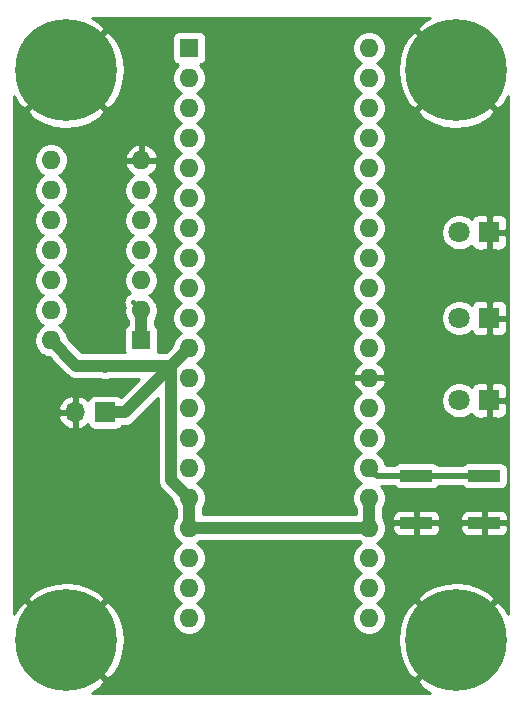
<source format=gbr>
G04 #@! TF.GenerationSoftware,KiCad,Pcbnew,(5.1.6)-1*
G04 #@! TF.CreationDate,2020-06-08T09:52:31+03:00*
G04 #@! TF.ProjectId,Z80,5a38302e-6b69-4636-9164-5f7063625858,rev?*
G04 #@! TF.SameCoordinates,Original*
G04 #@! TF.FileFunction,Copper,L1,Top*
G04 #@! TF.FilePolarity,Positive*
%FSLAX46Y46*%
G04 Gerber Fmt 4.6, Leading zero omitted, Abs format (unit mm)*
G04 Created by KiCad (PCBNEW (5.1.6)-1) date 2020-06-08 09:52:31*
%MOMM*%
%LPD*%
G01*
G04 APERTURE LIST*
G04 #@! TA.AperFunction,ComponentPad*
%ADD10C,1.800000*%
G04 #@! TD*
G04 #@! TA.AperFunction,ComponentPad*
%ADD11R,1.800000X1.800000*%
G04 #@! TD*
G04 #@! TA.AperFunction,ComponentPad*
%ADD12O,1.600000X1.600000*%
G04 #@! TD*
G04 #@! TA.AperFunction,ComponentPad*
%ADD13R,1.600000X1.600000*%
G04 #@! TD*
G04 #@! TA.AperFunction,ComponentPad*
%ADD14C,0.900000*%
G04 #@! TD*
G04 #@! TA.AperFunction,ComponentPad*
%ADD15C,8.600000*%
G04 #@! TD*
G04 #@! TA.AperFunction,ComponentPad*
%ADD16R,1.700000X1.700000*%
G04 #@! TD*
G04 #@! TA.AperFunction,ComponentPad*
%ADD17O,1.700000X1.700000*%
G04 #@! TD*
G04 #@! TA.AperFunction,SMDPad,CuDef*
%ADD18R,2.750000X1.000000*%
G04 #@! TD*
G04 #@! TA.AperFunction,Conductor*
%ADD19C,1.000000*%
G04 #@! TD*
G04 #@! TA.AperFunction,Conductor*
%ADD20C,0.400000*%
G04 #@! TD*
G04 #@! TA.AperFunction,Conductor*
%ADD21C,0.500000*%
G04 #@! TD*
G04 #@! TA.AperFunction,Conductor*
%ADD22C,0.254000*%
G04 #@! TD*
G04 APERTURE END LIST*
D10*
X77724000Y-56896000D03*
D11*
X80264000Y-56896000D03*
D10*
X77734160Y-64147700D03*
D11*
X80274160Y-64147700D03*
D10*
X77724000Y-71120000D03*
D11*
X80264000Y-71120000D03*
D12*
X70104000Y-41275000D03*
X54864000Y-89535000D03*
X70104000Y-43815000D03*
X54864000Y-86995000D03*
X70104000Y-46355000D03*
X54864000Y-84455000D03*
X70104000Y-48895000D03*
X54864000Y-81915000D03*
X70104000Y-51435000D03*
X54864000Y-79375000D03*
X70104000Y-53975000D03*
X54864000Y-76835000D03*
X70104000Y-56515000D03*
X54864000Y-74295000D03*
X70104000Y-59055000D03*
X54864000Y-71755000D03*
X70104000Y-61595000D03*
X54864000Y-69215000D03*
X70104000Y-64135000D03*
X54864000Y-66675000D03*
X70104000Y-66675000D03*
X54864000Y-64135000D03*
X70104000Y-69215000D03*
X54864000Y-61595000D03*
X70104000Y-71755000D03*
X54864000Y-59055000D03*
X70104000Y-74295000D03*
X54864000Y-56515000D03*
X70104000Y-76835000D03*
X54864000Y-53975000D03*
X70104000Y-79375000D03*
X54864000Y-51435000D03*
X70104000Y-81915000D03*
X54864000Y-48895000D03*
X70104000Y-84455000D03*
X54864000Y-46355000D03*
X70104000Y-86995000D03*
X54864000Y-43815000D03*
X70104000Y-89535000D03*
D13*
X54864000Y-41275000D03*
D12*
X43180000Y-66040000D03*
X50800000Y-50800000D03*
X43180000Y-63500000D03*
X50800000Y-53340000D03*
X43180000Y-60960000D03*
X50800000Y-55880000D03*
X43180000Y-58420000D03*
X50800000Y-58420000D03*
X43180000Y-55880000D03*
X50800000Y-60960000D03*
X43180000Y-53340000D03*
X50800000Y-63500000D03*
X43180000Y-50800000D03*
D13*
X50800000Y-66040000D03*
D14*
X79750419Y-89159581D03*
X77470000Y-88215000D03*
X75189581Y-89159581D03*
X74245000Y-91440000D03*
X75189581Y-93720419D03*
X77470000Y-94665000D03*
X79750419Y-93720419D03*
X80695000Y-91440000D03*
D15*
X77470000Y-91440000D03*
D14*
X79750419Y-40899581D03*
X77470000Y-39955000D03*
X75189581Y-40899581D03*
X74245000Y-43180000D03*
X75189581Y-45460419D03*
X77470000Y-46405000D03*
X79750419Y-45460419D03*
X80695000Y-43180000D03*
D15*
X77470000Y-43180000D03*
D14*
X46730419Y-89159581D03*
X44450000Y-88215000D03*
X42169581Y-89159581D03*
X41225000Y-91440000D03*
X42169581Y-93720419D03*
X44450000Y-94665000D03*
X46730419Y-93720419D03*
X47675000Y-91440000D03*
D15*
X44450000Y-91440000D03*
D14*
X46730419Y-40899581D03*
X44450000Y-39955000D03*
X42169581Y-40899581D03*
X41225000Y-43180000D03*
X42169581Y-45460419D03*
X44450000Y-46405000D03*
X46730419Y-45460419D03*
X47675000Y-43180000D03*
D15*
X44450000Y-43180000D03*
D16*
X47752000Y-72136000D03*
D17*
X45212000Y-72136000D03*
D18*
X74082000Y-81502000D03*
X79842000Y-81502000D03*
X79842000Y-77502000D03*
X74082000Y-77502000D03*
D19*
X54864000Y-81915000D02*
X54864000Y-79375000D01*
X53363999Y-77874999D02*
X54864000Y-79375000D01*
X53363999Y-68175001D02*
X53363999Y-77874999D01*
X54864000Y-66675000D02*
X53363999Y-68175001D01*
X70104000Y-79375000D02*
X70104000Y-81915000D01*
X43180000Y-66040000D02*
X45315001Y-68175001D01*
X54864000Y-81915000D02*
X64897000Y-81915000D01*
X64897000Y-81915000D02*
X70104000Y-81915000D01*
X47752000Y-68278002D02*
X47855001Y-68175001D01*
X45315001Y-68175001D02*
X47855001Y-68175001D01*
X47855001Y-68175001D02*
X53363999Y-68175001D01*
X49403000Y-72136000D02*
X54864000Y-66675000D01*
X47752000Y-72136000D02*
X49403000Y-72136000D01*
D20*
X50135000Y-62835000D02*
X50800000Y-63500000D01*
D19*
X50800000Y-66040000D02*
X50800000Y-63500000D01*
D21*
X77589380Y-64142620D02*
X77724000Y-64008000D01*
X79853000Y-77491000D02*
X79842000Y-77502000D01*
X74082000Y-77502000D02*
X79842000Y-77502000D01*
X70771000Y-77502000D02*
X70104000Y-76835000D01*
X74082000Y-77502000D02*
X70771000Y-77502000D01*
X70098920Y-76829920D02*
X70104000Y-76835000D01*
X70111620Y-64142620D02*
X70104000Y-64135000D01*
D22*
G36*
X74771560Y-39019606D02*
G01*
X74658946Y-39094851D01*
X74166787Y-39697182D01*
X77470000Y-43000395D01*
X77484143Y-42986253D01*
X77663748Y-43165858D01*
X77649605Y-43180000D01*
X80952818Y-46483213D01*
X81555149Y-45991054D01*
X81890001Y-45384657D01*
X81890000Y-89243622D01*
X81630394Y-88741560D01*
X81555149Y-88628946D01*
X80952818Y-88136787D01*
X77649605Y-91440000D01*
X77663748Y-91454143D01*
X77484143Y-91633748D01*
X77470000Y-91619605D01*
X74166787Y-94922818D01*
X74658946Y-95525149D01*
X75265342Y-95860000D01*
X46646378Y-95860000D01*
X47148440Y-95600394D01*
X47261054Y-95525149D01*
X47753213Y-94922818D01*
X44450000Y-91619605D01*
X44435858Y-91633748D01*
X44256253Y-91454143D01*
X44270395Y-91440000D01*
X44629605Y-91440000D01*
X47932818Y-94743213D01*
X48535149Y-94251054D01*
X49005063Y-93400067D01*
X49299929Y-92473757D01*
X49408414Y-91507719D01*
X49396940Y-91372281D01*
X72511586Y-91372281D01*
X72593649Y-92340921D01*
X72863107Y-93274938D01*
X73309606Y-94138440D01*
X73384851Y-94251054D01*
X73987182Y-94743213D01*
X77290395Y-91440000D01*
X73987182Y-88136787D01*
X73384851Y-88628946D01*
X72914937Y-89479933D01*
X72620071Y-90406243D01*
X72511586Y-91372281D01*
X49396940Y-91372281D01*
X49326351Y-90539079D01*
X49056893Y-89605062D01*
X48610394Y-88741560D01*
X48535149Y-88628946D01*
X47932818Y-88136787D01*
X44629605Y-91440000D01*
X44270395Y-91440000D01*
X40967182Y-88136787D01*
X40364851Y-88628946D01*
X40030000Y-89235342D01*
X40030000Y-87957182D01*
X41146787Y-87957182D01*
X44450000Y-91260395D01*
X47753213Y-87957182D01*
X47261054Y-87354851D01*
X46410067Y-86884937D01*
X45483757Y-86590071D01*
X44517719Y-86481586D01*
X43549079Y-86563649D01*
X42615062Y-86833107D01*
X41751560Y-87279606D01*
X41638946Y-87354851D01*
X41146787Y-87957182D01*
X40030000Y-87957182D01*
X40030000Y-72492891D01*
X43770519Y-72492891D01*
X43867843Y-72767252D01*
X44016822Y-73017355D01*
X44211731Y-73233588D01*
X44445080Y-73407641D01*
X44707901Y-73532825D01*
X44855110Y-73577476D01*
X45085000Y-73456155D01*
X45085000Y-72263000D01*
X43891186Y-72263000D01*
X43770519Y-72492891D01*
X40030000Y-72492891D01*
X40030000Y-71779109D01*
X43770519Y-71779109D01*
X43891186Y-72009000D01*
X45085000Y-72009000D01*
X45085000Y-70815845D01*
X44855110Y-70694524D01*
X44707901Y-70739175D01*
X44445080Y-70864359D01*
X44211731Y-71038412D01*
X44016822Y-71254645D01*
X43867843Y-71504748D01*
X43770519Y-71779109D01*
X40030000Y-71779109D01*
X40030000Y-50658665D01*
X41745000Y-50658665D01*
X41745000Y-50941335D01*
X41800147Y-51218574D01*
X41908320Y-51479727D01*
X42065363Y-51714759D01*
X42265241Y-51914637D01*
X42497759Y-52070000D01*
X42265241Y-52225363D01*
X42065363Y-52425241D01*
X41908320Y-52660273D01*
X41800147Y-52921426D01*
X41745000Y-53198665D01*
X41745000Y-53481335D01*
X41800147Y-53758574D01*
X41908320Y-54019727D01*
X42065363Y-54254759D01*
X42265241Y-54454637D01*
X42497759Y-54610000D01*
X42265241Y-54765363D01*
X42065363Y-54965241D01*
X41908320Y-55200273D01*
X41800147Y-55461426D01*
X41745000Y-55738665D01*
X41745000Y-56021335D01*
X41800147Y-56298574D01*
X41908320Y-56559727D01*
X42065363Y-56794759D01*
X42265241Y-56994637D01*
X42497759Y-57150000D01*
X42265241Y-57305363D01*
X42065363Y-57505241D01*
X41908320Y-57740273D01*
X41800147Y-58001426D01*
X41745000Y-58278665D01*
X41745000Y-58561335D01*
X41800147Y-58838574D01*
X41908320Y-59099727D01*
X42065363Y-59334759D01*
X42265241Y-59534637D01*
X42497759Y-59690000D01*
X42265241Y-59845363D01*
X42065363Y-60045241D01*
X41908320Y-60280273D01*
X41800147Y-60541426D01*
X41745000Y-60818665D01*
X41745000Y-61101335D01*
X41800147Y-61378574D01*
X41908320Y-61639727D01*
X42065363Y-61874759D01*
X42265241Y-62074637D01*
X42497759Y-62230000D01*
X42265241Y-62385363D01*
X42065363Y-62585241D01*
X41908320Y-62820273D01*
X41800147Y-63081426D01*
X41745000Y-63358665D01*
X41745000Y-63641335D01*
X41800147Y-63918574D01*
X41908320Y-64179727D01*
X42065363Y-64414759D01*
X42265241Y-64614637D01*
X42497759Y-64770000D01*
X42265241Y-64925363D01*
X42065363Y-65125241D01*
X41908320Y-65360273D01*
X41800147Y-65621426D01*
X41745000Y-65898665D01*
X41745000Y-66181335D01*
X41800147Y-66458574D01*
X41908320Y-66719727D01*
X42065363Y-66954759D01*
X42265241Y-67154637D01*
X42500273Y-67311680D01*
X42761426Y-67419853D01*
X43002718Y-67467850D01*
X44473010Y-68938142D01*
X44508552Y-68981450D01*
X44681378Y-69123285D01*
X44878554Y-69228677D01*
X45092502Y-69293578D01*
X45259249Y-69310001D01*
X45259258Y-69310001D01*
X45315000Y-69315491D01*
X45370742Y-69310001D01*
X47274999Y-69310001D01*
X47315554Y-69331678D01*
X47529502Y-69396579D01*
X47752000Y-69418493D01*
X47974498Y-69396579D01*
X48188446Y-69331678D01*
X48229001Y-69310001D01*
X50623868Y-69310001D01*
X49073861Y-70860008D01*
X49053185Y-70834815D01*
X48956494Y-70755463D01*
X48846180Y-70696498D01*
X48726482Y-70660188D01*
X48602000Y-70647928D01*
X46902000Y-70647928D01*
X46777518Y-70660188D01*
X46657820Y-70696498D01*
X46547506Y-70755463D01*
X46450815Y-70834815D01*
X46371463Y-70931506D01*
X46312498Y-71041820D01*
X46288034Y-71122466D01*
X46212269Y-71038412D01*
X45978920Y-70864359D01*
X45716099Y-70739175D01*
X45568890Y-70694524D01*
X45339000Y-70815845D01*
X45339000Y-72009000D01*
X45359000Y-72009000D01*
X45359000Y-72263000D01*
X45339000Y-72263000D01*
X45339000Y-73456155D01*
X45568890Y-73577476D01*
X45716099Y-73532825D01*
X45978920Y-73407641D01*
X46212269Y-73233588D01*
X46288034Y-73149534D01*
X46312498Y-73230180D01*
X46371463Y-73340494D01*
X46450815Y-73437185D01*
X46547506Y-73516537D01*
X46657820Y-73575502D01*
X46777518Y-73611812D01*
X46902000Y-73624072D01*
X48602000Y-73624072D01*
X48726482Y-73611812D01*
X48846180Y-73575502D01*
X48956494Y-73516537D01*
X49053185Y-73437185D01*
X49132537Y-73340494D01*
X49169683Y-73271000D01*
X49347249Y-73271000D01*
X49403000Y-73276491D01*
X49458751Y-73271000D01*
X49458752Y-73271000D01*
X49625499Y-73254577D01*
X49839447Y-73189676D01*
X50036623Y-73084284D01*
X50209449Y-72942449D01*
X50244996Y-72899135D01*
X52228999Y-70915132D01*
X52229000Y-77819238D01*
X52223508Y-77874999D01*
X52245422Y-78097497D01*
X52310323Y-78311445D01*
X52334402Y-78356494D01*
X52415716Y-78508622D01*
X52557551Y-78681448D01*
X52600859Y-78716990D01*
X53436150Y-79552282D01*
X53484147Y-79793574D01*
X53592320Y-80054727D01*
X53729001Y-80259285D01*
X53729000Y-81030716D01*
X53592320Y-81235273D01*
X53484147Y-81496426D01*
X53429000Y-81773665D01*
X53429000Y-82056335D01*
X53484147Y-82333574D01*
X53592320Y-82594727D01*
X53749363Y-82829759D01*
X53949241Y-83029637D01*
X54181759Y-83185000D01*
X53949241Y-83340363D01*
X53749363Y-83540241D01*
X53592320Y-83775273D01*
X53484147Y-84036426D01*
X53429000Y-84313665D01*
X53429000Y-84596335D01*
X53484147Y-84873574D01*
X53592320Y-85134727D01*
X53749363Y-85369759D01*
X53949241Y-85569637D01*
X54181759Y-85725000D01*
X53949241Y-85880363D01*
X53749363Y-86080241D01*
X53592320Y-86315273D01*
X53484147Y-86576426D01*
X53429000Y-86853665D01*
X53429000Y-87136335D01*
X53484147Y-87413574D01*
X53592320Y-87674727D01*
X53749363Y-87909759D01*
X53949241Y-88109637D01*
X54181759Y-88265000D01*
X53949241Y-88420363D01*
X53749363Y-88620241D01*
X53592320Y-88855273D01*
X53484147Y-89116426D01*
X53429000Y-89393665D01*
X53429000Y-89676335D01*
X53484147Y-89953574D01*
X53592320Y-90214727D01*
X53749363Y-90449759D01*
X53949241Y-90649637D01*
X54184273Y-90806680D01*
X54445426Y-90914853D01*
X54722665Y-90970000D01*
X55005335Y-90970000D01*
X55282574Y-90914853D01*
X55543727Y-90806680D01*
X55778759Y-90649637D01*
X55978637Y-90449759D01*
X56135680Y-90214727D01*
X56243853Y-89953574D01*
X56299000Y-89676335D01*
X56299000Y-89393665D01*
X56243853Y-89116426D01*
X56135680Y-88855273D01*
X55978637Y-88620241D01*
X55778759Y-88420363D01*
X55546241Y-88265000D01*
X55778759Y-88109637D01*
X55978637Y-87909759D01*
X56135680Y-87674727D01*
X56243853Y-87413574D01*
X56299000Y-87136335D01*
X56299000Y-86853665D01*
X56243853Y-86576426D01*
X56135680Y-86315273D01*
X55978637Y-86080241D01*
X55778759Y-85880363D01*
X55546241Y-85725000D01*
X55778759Y-85569637D01*
X55978637Y-85369759D01*
X56135680Y-85134727D01*
X56243853Y-84873574D01*
X56299000Y-84596335D01*
X56299000Y-84313665D01*
X56243853Y-84036426D01*
X56135680Y-83775273D01*
X55978637Y-83540241D01*
X55778759Y-83340363D01*
X55546241Y-83185000D01*
X55748284Y-83050000D01*
X69219716Y-83050000D01*
X69421759Y-83185000D01*
X69189241Y-83340363D01*
X68989363Y-83540241D01*
X68832320Y-83775273D01*
X68724147Y-84036426D01*
X68669000Y-84313665D01*
X68669000Y-84596335D01*
X68724147Y-84873574D01*
X68832320Y-85134727D01*
X68989363Y-85369759D01*
X69189241Y-85569637D01*
X69421759Y-85725000D01*
X69189241Y-85880363D01*
X68989363Y-86080241D01*
X68832320Y-86315273D01*
X68724147Y-86576426D01*
X68669000Y-86853665D01*
X68669000Y-87136335D01*
X68724147Y-87413574D01*
X68832320Y-87674727D01*
X68989363Y-87909759D01*
X69189241Y-88109637D01*
X69421759Y-88265000D01*
X69189241Y-88420363D01*
X68989363Y-88620241D01*
X68832320Y-88855273D01*
X68724147Y-89116426D01*
X68669000Y-89393665D01*
X68669000Y-89676335D01*
X68724147Y-89953574D01*
X68832320Y-90214727D01*
X68989363Y-90449759D01*
X69189241Y-90649637D01*
X69424273Y-90806680D01*
X69685426Y-90914853D01*
X69962665Y-90970000D01*
X70245335Y-90970000D01*
X70522574Y-90914853D01*
X70783727Y-90806680D01*
X71018759Y-90649637D01*
X71218637Y-90449759D01*
X71375680Y-90214727D01*
X71483853Y-89953574D01*
X71539000Y-89676335D01*
X71539000Y-89393665D01*
X71483853Y-89116426D01*
X71375680Y-88855273D01*
X71218637Y-88620241D01*
X71018759Y-88420363D01*
X70786241Y-88265000D01*
X71018759Y-88109637D01*
X71171214Y-87957182D01*
X74166787Y-87957182D01*
X77470000Y-91260395D01*
X80773213Y-87957182D01*
X80281054Y-87354851D01*
X79430067Y-86884937D01*
X78503757Y-86590071D01*
X77537719Y-86481586D01*
X76569079Y-86563649D01*
X75635062Y-86833107D01*
X74771560Y-87279606D01*
X74658946Y-87354851D01*
X74166787Y-87957182D01*
X71171214Y-87957182D01*
X71218637Y-87909759D01*
X71375680Y-87674727D01*
X71483853Y-87413574D01*
X71539000Y-87136335D01*
X71539000Y-86853665D01*
X71483853Y-86576426D01*
X71375680Y-86315273D01*
X71218637Y-86080241D01*
X71018759Y-85880363D01*
X70786241Y-85725000D01*
X71018759Y-85569637D01*
X71218637Y-85369759D01*
X71375680Y-85134727D01*
X71483853Y-84873574D01*
X71539000Y-84596335D01*
X71539000Y-84313665D01*
X71483853Y-84036426D01*
X71375680Y-83775273D01*
X71218637Y-83540241D01*
X71018759Y-83340363D01*
X70786241Y-83185000D01*
X71018759Y-83029637D01*
X71218637Y-82829759D01*
X71375680Y-82594727D01*
X71483853Y-82333574D01*
X71539000Y-82056335D01*
X71539000Y-82002000D01*
X72068928Y-82002000D01*
X72081188Y-82126482D01*
X72117498Y-82246180D01*
X72176463Y-82356494D01*
X72255815Y-82453185D01*
X72352506Y-82532537D01*
X72462820Y-82591502D01*
X72582518Y-82627812D01*
X72707000Y-82640072D01*
X73796250Y-82637000D01*
X73955000Y-82478250D01*
X73955000Y-81629000D01*
X74209000Y-81629000D01*
X74209000Y-82478250D01*
X74367750Y-82637000D01*
X75457000Y-82640072D01*
X75581482Y-82627812D01*
X75701180Y-82591502D01*
X75811494Y-82532537D01*
X75908185Y-82453185D01*
X75987537Y-82356494D01*
X76046502Y-82246180D01*
X76082812Y-82126482D01*
X76095072Y-82002000D01*
X77828928Y-82002000D01*
X77841188Y-82126482D01*
X77877498Y-82246180D01*
X77936463Y-82356494D01*
X78015815Y-82453185D01*
X78112506Y-82532537D01*
X78222820Y-82591502D01*
X78342518Y-82627812D01*
X78467000Y-82640072D01*
X79556250Y-82637000D01*
X79715000Y-82478250D01*
X79715000Y-81629000D01*
X79969000Y-81629000D01*
X79969000Y-82478250D01*
X80127750Y-82637000D01*
X81217000Y-82640072D01*
X81341482Y-82627812D01*
X81461180Y-82591502D01*
X81571494Y-82532537D01*
X81668185Y-82453185D01*
X81747537Y-82356494D01*
X81806502Y-82246180D01*
X81842812Y-82126482D01*
X81855072Y-82002000D01*
X81852000Y-81787750D01*
X81693250Y-81629000D01*
X79969000Y-81629000D01*
X79715000Y-81629000D01*
X77990750Y-81629000D01*
X77832000Y-81787750D01*
X77828928Y-82002000D01*
X76095072Y-82002000D01*
X76092000Y-81787750D01*
X75933250Y-81629000D01*
X74209000Y-81629000D01*
X73955000Y-81629000D01*
X72230750Y-81629000D01*
X72072000Y-81787750D01*
X72068928Y-82002000D01*
X71539000Y-82002000D01*
X71539000Y-81773665D01*
X71483853Y-81496426D01*
X71375680Y-81235273D01*
X71239000Y-81030716D01*
X71239000Y-81002000D01*
X72068928Y-81002000D01*
X72072000Y-81216250D01*
X72230750Y-81375000D01*
X73955000Y-81375000D01*
X73955000Y-80525750D01*
X74209000Y-80525750D01*
X74209000Y-81375000D01*
X75933250Y-81375000D01*
X76092000Y-81216250D01*
X76095072Y-81002000D01*
X77828928Y-81002000D01*
X77832000Y-81216250D01*
X77990750Y-81375000D01*
X79715000Y-81375000D01*
X79715000Y-80525750D01*
X79969000Y-80525750D01*
X79969000Y-81375000D01*
X81693250Y-81375000D01*
X81852000Y-81216250D01*
X81855072Y-81002000D01*
X81842812Y-80877518D01*
X81806502Y-80757820D01*
X81747537Y-80647506D01*
X81668185Y-80550815D01*
X81571494Y-80471463D01*
X81461180Y-80412498D01*
X81341482Y-80376188D01*
X81217000Y-80363928D01*
X80127750Y-80367000D01*
X79969000Y-80525750D01*
X79715000Y-80525750D01*
X79556250Y-80367000D01*
X78467000Y-80363928D01*
X78342518Y-80376188D01*
X78222820Y-80412498D01*
X78112506Y-80471463D01*
X78015815Y-80550815D01*
X77936463Y-80647506D01*
X77877498Y-80757820D01*
X77841188Y-80877518D01*
X77828928Y-81002000D01*
X76095072Y-81002000D01*
X76082812Y-80877518D01*
X76046502Y-80757820D01*
X75987537Y-80647506D01*
X75908185Y-80550815D01*
X75811494Y-80471463D01*
X75701180Y-80412498D01*
X75581482Y-80376188D01*
X75457000Y-80363928D01*
X74367750Y-80367000D01*
X74209000Y-80525750D01*
X73955000Y-80525750D01*
X73796250Y-80367000D01*
X72707000Y-80363928D01*
X72582518Y-80376188D01*
X72462820Y-80412498D01*
X72352506Y-80471463D01*
X72255815Y-80550815D01*
X72176463Y-80647506D01*
X72117498Y-80757820D01*
X72081188Y-80877518D01*
X72068928Y-81002000D01*
X71239000Y-81002000D01*
X71239000Y-80259284D01*
X71375680Y-80054727D01*
X71483853Y-79793574D01*
X71539000Y-79516335D01*
X71539000Y-79233665D01*
X71483853Y-78956426D01*
X71375680Y-78695273D01*
X71218637Y-78460241D01*
X71145396Y-78387000D01*
X72201499Y-78387000D01*
X72255815Y-78453185D01*
X72352506Y-78532537D01*
X72462820Y-78591502D01*
X72582518Y-78627812D01*
X72707000Y-78640072D01*
X75457000Y-78640072D01*
X75581482Y-78627812D01*
X75701180Y-78591502D01*
X75811494Y-78532537D01*
X75908185Y-78453185D01*
X75962501Y-78387000D01*
X77961499Y-78387000D01*
X78015815Y-78453185D01*
X78112506Y-78532537D01*
X78222820Y-78591502D01*
X78342518Y-78627812D01*
X78467000Y-78640072D01*
X81217000Y-78640072D01*
X81341482Y-78627812D01*
X81461180Y-78591502D01*
X81571494Y-78532537D01*
X81668185Y-78453185D01*
X81747537Y-78356494D01*
X81806502Y-78246180D01*
X81842812Y-78126482D01*
X81855072Y-78002000D01*
X81855072Y-77002000D01*
X81842812Y-76877518D01*
X81806502Y-76757820D01*
X81747537Y-76647506D01*
X81668185Y-76550815D01*
X81571494Y-76471463D01*
X81461180Y-76412498D01*
X81341482Y-76376188D01*
X81217000Y-76363928D01*
X78467000Y-76363928D01*
X78342518Y-76376188D01*
X78222820Y-76412498D01*
X78112506Y-76471463D01*
X78015815Y-76550815D01*
X77961499Y-76617000D01*
X75962501Y-76617000D01*
X75908185Y-76550815D01*
X75811494Y-76471463D01*
X75701180Y-76412498D01*
X75581482Y-76376188D01*
X75457000Y-76363928D01*
X72707000Y-76363928D01*
X72582518Y-76376188D01*
X72462820Y-76412498D01*
X72352506Y-76471463D01*
X72255815Y-76550815D01*
X72201499Y-76617000D01*
X71523750Y-76617000D01*
X71483853Y-76416426D01*
X71375680Y-76155273D01*
X71218637Y-75920241D01*
X71018759Y-75720363D01*
X70786241Y-75565000D01*
X71018759Y-75409637D01*
X71218637Y-75209759D01*
X71375680Y-74974727D01*
X71483853Y-74713574D01*
X71539000Y-74436335D01*
X71539000Y-74153665D01*
X71483853Y-73876426D01*
X71375680Y-73615273D01*
X71218637Y-73380241D01*
X71018759Y-73180363D01*
X70786241Y-73025000D01*
X71018759Y-72869637D01*
X71218637Y-72669759D01*
X71375680Y-72434727D01*
X71483853Y-72173574D01*
X71539000Y-71896335D01*
X71539000Y-71613665D01*
X71483853Y-71336426D01*
X71375680Y-71075273D01*
X71304548Y-70968816D01*
X76189000Y-70968816D01*
X76189000Y-71271184D01*
X76247989Y-71567743D01*
X76363701Y-71847095D01*
X76531688Y-72098505D01*
X76745495Y-72312312D01*
X76996905Y-72480299D01*
X77276257Y-72596011D01*
X77572816Y-72655000D01*
X77875184Y-72655000D01*
X78171743Y-72596011D01*
X78451095Y-72480299D01*
X78702505Y-72312312D01*
X78768944Y-72245873D01*
X78774498Y-72264180D01*
X78833463Y-72374494D01*
X78912815Y-72471185D01*
X79009506Y-72550537D01*
X79119820Y-72609502D01*
X79239518Y-72645812D01*
X79364000Y-72658072D01*
X79978250Y-72655000D01*
X80137000Y-72496250D01*
X80137000Y-71247000D01*
X80391000Y-71247000D01*
X80391000Y-72496250D01*
X80549750Y-72655000D01*
X81164000Y-72658072D01*
X81288482Y-72645812D01*
X81408180Y-72609502D01*
X81518494Y-72550537D01*
X81615185Y-72471185D01*
X81694537Y-72374494D01*
X81753502Y-72264180D01*
X81789812Y-72144482D01*
X81802072Y-72020000D01*
X81799000Y-71405750D01*
X81640250Y-71247000D01*
X80391000Y-71247000D01*
X80137000Y-71247000D01*
X80117000Y-71247000D01*
X80117000Y-70993000D01*
X80137000Y-70993000D01*
X80137000Y-69743750D01*
X80391000Y-69743750D01*
X80391000Y-70993000D01*
X81640250Y-70993000D01*
X81799000Y-70834250D01*
X81802072Y-70220000D01*
X81789812Y-70095518D01*
X81753502Y-69975820D01*
X81694537Y-69865506D01*
X81615185Y-69768815D01*
X81518494Y-69689463D01*
X81408180Y-69630498D01*
X81288482Y-69594188D01*
X81164000Y-69581928D01*
X80549750Y-69585000D01*
X80391000Y-69743750D01*
X80137000Y-69743750D01*
X79978250Y-69585000D01*
X79364000Y-69581928D01*
X79239518Y-69594188D01*
X79119820Y-69630498D01*
X79009506Y-69689463D01*
X78912815Y-69768815D01*
X78833463Y-69865506D01*
X78774498Y-69975820D01*
X78768944Y-69994127D01*
X78702505Y-69927688D01*
X78451095Y-69759701D01*
X78171743Y-69643989D01*
X77875184Y-69585000D01*
X77572816Y-69585000D01*
X77276257Y-69643989D01*
X76996905Y-69759701D01*
X76745495Y-69927688D01*
X76531688Y-70141495D01*
X76363701Y-70392905D01*
X76247989Y-70672257D01*
X76189000Y-70968816D01*
X71304548Y-70968816D01*
X71218637Y-70840241D01*
X71018759Y-70640363D01*
X70783727Y-70483320D01*
X70773135Y-70478933D01*
X70959131Y-70367385D01*
X71167519Y-70178414D01*
X71335037Y-69952420D01*
X71455246Y-69698087D01*
X71495904Y-69564039D01*
X71373915Y-69342000D01*
X70231000Y-69342000D01*
X70231000Y-69362000D01*
X69977000Y-69362000D01*
X69977000Y-69342000D01*
X68834085Y-69342000D01*
X68712096Y-69564039D01*
X68752754Y-69698087D01*
X68872963Y-69952420D01*
X69040481Y-70178414D01*
X69248869Y-70367385D01*
X69434865Y-70478933D01*
X69424273Y-70483320D01*
X69189241Y-70640363D01*
X68989363Y-70840241D01*
X68832320Y-71075273D01*
X68724147Y-71336426D01*
X68669000Y-71613665D01*
X68669000Y-71896335D01*
X68724147Y-72173574D01*
X68832320Y-72434727D01*
X68989363Y-72669759D01*
X69189241Y-72869637D01*
X69421759Y-73025000D01*
X69189241Y-73180363D01*
X68989363Y-73380241D01*
X68832320Y-73615273D01*
X68724147Y-73876426D01*
X68669000Y-74153665D01*
X68669000Y-74436335D01*
X68724147Y-74713574D01*
X68832320Y-74974727D01*
X68989363Y-75209759D01*
X69189241Y-75409637D01*
X69421759Y-75565000D01*
X69189241Y-75720363D01*
X68989363Y-75920241D01*
X68832320Y-76155273D01*
X68724147Y-76416426D01*
X68669000Y-76693665D01*
X68669000Y-76976335D01*
X68724147Y-77253574D01*
X68832320Y-77514727D01*
X68989363Y-77749759D01*
X69189241Y-77949637D01*
X69421759Y-78105000D01*
X69189241Y-78260363D01*
X68989363Y-78460241D01*
X68832320Y-78695273D01*
X68724147Y-78956426D01*
X68669000Y-79233665D01*
X68669000Y-79516335D01*
X68724147Y-79793574D01*
X68832320Y-80054727D01*
X68969000Y-80259284D01*
X68969001Y-80780000D01*
X55999000Y-80780000D01*
X55999000Y-80259284D01*
X56135680Y-80054727D01*
X56243853Y-79793574D01*
X56299000Y-79516335D01*
X56299000Y-79233665D01*
X56243853Y-78956426D01*
X56135680Y-78695273D01*
X55978637Y-78460241D01*
X55778759Y-78260363D01*
X55546241Y-78105000D01*
X55778759Y-77949637D01*
X55978637Y-77749759D01*
X56135680Y-77514727D01*
X56243853Y-77253574D01*
X56299000Y-76976335D01*
X56299000Y-76693665D01*
X56243853Y-76416426D01*
X56135680Y-76155273D01*
X55978637Y-75920241D01*
X55778759Y-75720363D01*
X55546241Y-75565000D01*
X55778759Y-75409637D01*
X55978637Y-75209759D01*
X56135680Y-74974727D01*
X56243853Y-74713574D01*
X56299000Y-74436335D01*
X56299000Y-74153665D01*
X56243853Y-73876426D01*
X56135680Y-73615273D01*
X55978637Y-73380241D01*
X55778759Y-73180363D01*
X55546241Y-73025000D01*
X55778759Y-72869637D01*
X55978637Y-72669759D01*
X56135680Y-72434727D01*
X56243853Y-72173574D01*
X56299000Y-71896335D01*
X56299000Y-71613665D01*
X56243853Y-71336426D01*
X56135680Y-71075273D01*
X55978637Y-70840241D01*
X55778759Y-70640363D01*
X55546241Y-70485000D01*
X55778759Y-70329637D01*
X55978637Y-70129759D01*
X56135680Y-69894727D01*
X56243853Y-69633574D01*
X56299000Y-69356335D01*
X56299000Y-69073665D01*
X56243853Y-68796426D01*
X56135680Y-68535273D01*
X55978637Y-68300241D01*
X55778759Y-68100363D01*
X55546241Y-67945000D01*
X55778759Y-67789637D01*
X55978637Y-67589759D01*
X56135680Y-67354727D01*
X56243853Y-67093574D01*
X56299000Y-66816335D01*
X56299000Y-66533665D01*
X56243853Y-66256426D01*
X56135680Y-65995273D01*
X55978637Y-65760241D01*
X55778759Y-65560363D01*
X55546241Y-65405000D01*
X55778759Y-65249637D01*
X55978637Y-65049759D01*
X56135680Y-64814727D01*
X56243853Y-64553574D01*
X56299000Y-64276335D01*
X56299000Y-63993665D01*
X56243853Y-63716426D01*
X56135680Y-63455273D01*
X55978637Y-63220241D01*
X55778759Y-63020363D01*
X55546241Y-62865000D01*
X55778759Y-62709637D01*
X55978637Y-62509759D01*
X56135680Y-62274727D01*
X56243853Y-62013574D01*
X56299000Y-61736335D01*
X56299000Y-61453665D01*
X56243853Y-61176426D01*
X56135680Y-60915273D01*
X55978637Y-60680241D01*
X55778759Y-60480363D01*
X55546241Y-60325000D01*
X55778759Y-60169637D01*
X55978637Y-59969759D01*
X56135680Y-59734727D01*
X56243853Y-59473574D01*
X56299000Y-59196335D01*
X56299000Y-58913665D01*
X56243853Y-58636426D01*
X56135680Y-58375273D01*
X55978637Y-58140241D01*
X55778759Y-57940363D01*
X55546241Y-57785000D01*
X55778759Y-57629637D01*
X55978637Y-57429759D01*
X56135680Y-57194727D01*
X56243853Y-56933574D01*
X56299000Y-56656335D01*
X56299000Y-56373665D01*
X56243853Y-56096426D01*
X56135680Y-55835273D01*
X55978637Y-55600241D01*
X55778759Y-55400363D01*
X55546241Y-55245000D01*
X55778759Y-55089637D01*
X55978637Y-54889759D01*
X56135680Y-54654727D01*
X56243853Y-54393574D01*
X56299000Y-54116335D01*
X56299000Y-53833665D01*
X56243853Y-53556426D01*
X56135680Y-53295273D01*
X55978637Y-53060241D01*
X55778759Y-52860363D01*
X55546241Y-52705000D01*
X55778759Y-52549637D01*
X55978637Y-52349759D01*
X56135680Y-52114727D01*
X56243853Y-51853574D01*
X56299000Y-51576335D01*
X56299000Y-51293665D01*
X56243853Y-51016426D01*
X56135680Y-50755273D01*
X55978637Y-50520241D01*
X55778759Y-50320363D01*
X55546241Y-50165000D01*
X55778759Y-50009637D01*
X55978637Y-49809759D01*
X56135680Y-49574727D01*
X56243853Y-49313574D01*
X56299000Y-49036335D01*
X56299000Y-48753665D01*
X56243853Y-48476426D01*
X56135680Y-48215273D01*
X55978637Y-47980241D01*
X55778759Y-47780363D01*
X55546241Y-47625000D01*
X55778759Y-47469637D01*
X55978637Y-47269759D01*
X56135680Y-47034727D01*
X56243853Y-46773574D01*
X56299000Y-46496335D01*
X56299000Y-46213665D01*
X56243853Y-45936426D01*
X56135680Y-45675273D01*
X55978637Y-45440241D01*
X55778759Y-45240363D01*
X55546241Y-45085000D01*
X55778759Y-44929637D01*
X55978637Y-44729759D01*
X56135680Y-44494727D01*
X56243853Y-44233574D01*
X56299000Y-43956335D01*
X56299000Y-43673665D01*
X56243853Y-43396426D01*
X56135680Y-43135273D01*
X55978637Y-42900241D01*
X55780039Y-42701643D01*
X55788482Y-42700812D01*
X55908180Y-42664502D01*
X56018494Y-42605537D01*
X56115185Y-42526185D01*
X56194537Y-42429494D01*
X56253502Y-42319180D01*
X56289812Y-42199482D01*
X56302072Y-42075000D01*
X56302072Y-41133665D01*
X68669000Y-41133665D01*
X68669000Y-41416335D01*
X68724147Y-41693574D01*
X68832320Y-41954727D01*
X68989363Y-42189759D01*
X69189241Y-42389637D01*
X69421759Y-42545000D01*
X69189241Y-42700363D01*
X68989363Y-42900241D01*
X68832320Y-43135273D01*
X68724147Y-43396426D01*
X68669000Y-43673665D01*
X68669000Y-43956335D01*
X68724147Y-44233574D01*
X68832320Y-44494727D01*
X68989363Y-44729759D01*
X69189241Y-44929637D01*
X69421759Y-45085000D01*
X69189241Y-45240363D01*
X68989363Y-45440241D01*
X68832320Y-45675273D01*
X68724147Y-45936426D01*
X68669000Y-46213665D01*
X68669000Y-46496335D01*
X68724147Y-46773574D01*
X68832320Y-47034727D01*
X68989363Y-47269759D01*
X69189241Y-47469637D01*
X69421759Y-47625000D01*
X69189241Y-47780363D01*
X68989363Y-47980241D01*
X68832320Y-48215273D01*
X68724147Y-48476426D01*
X68669000Y-48753665D01*
X68669000Y-49036335D01*
X68724147Y-49313574D01*
X68832320Y-49574727D01*
X68989363Y-49809759D01*
X69189241Y-50009637D01*
X69421759Y-50165000D01*
X69189241Y-50320363D01*
X68989363Y-50520241D01*
X68832320Y-50755273D01*
X68724147Y-51016426D01*
X68669000Y-51293665D01*
X68669000Y-51576335D01*
X68724147Y-51853574D01*
X68832320Y-52114727D01*
X68989363Y-52349759D01*
X69189241Y-52549637D01*
X69421759Y-52705000D01*
X69189241Y-52860363D01*
X68989363Y-53060241D01*
X68832320Y-53295273D01*
X68724147Y-53556426D01*
X68669000Y-53833665D01*
X68669000Y-54116335D01*
X68724147Y-54393574D01*
X68832320Y-54654727D01*
X68989363Y-54889759D01*
X69189241Y-55089637D01*
X69421759Y-55245000D01*
X69189241Y-55400363D01*
X68989363Y-55600241D01*
X68832320Y-55835273D01*
X68724147Y-56096426D01*
X68669000Y-56373665D01*
X68669000Y-56656335D01*
X68724147Y-56933574D01*
X68832320Y-57194727D01*
X68989363Y-57429759D01*
X69189241Y-57629637D01*
X69421759Y-57785000D01*
X69189241Y-57940363D01*
X68989363Y-58140241D01*
X68832320Y-58375273D01*
X68724147Y-58636426D01*
X68669000Y-58913665D01*
X68669000Y-59196335D01*
X68724147Y-59473574D01*
X68832320Y-59734727D01*
X68989363Y-59969759D01*
X69189241Y-60169637D01*
X69421759Y-60325000D01*
X69189241Y-60480363D01*
X68989363Y-60680241D01*
X68832320Y-60915273D01*
X68724147Y-61176426D01*
X68669000Y-61453665D01*
X68669000Y-61736335D01*
X68724147Y-62013574D01*
X68832320Y-62274727D01*
X68989363Y-62509759D01*
X69189241Y-62709637D01*
X69421759Y-62865000D01*
X69189241Y-63020363D01*
X68989363Y-63220241D01*
X68832320Y-63455273D01*
X68724147Y-63716426D01*
X68669000Y-63993665D01*
X68669000Y-64276335D01*
X68724147Y-64553574D01*
X68832320Y-64814727D01*
X68989363Y-65049759D01*
X69189241Y-65249637D01*
X69421759Y-65405000D01*
X69189241Y-65560363D01*
X68989363Y-65760241D01*
X68832320Y-65995273D01*
X68724147Y-66256426D01*
X68669000Y-66533665D01*
X68669000Y-66816335D01*
X68724147Y-67093574D01*
X68832320Y-67354727D01*
X68989363Y-67589759D01*
X69189241Y-67789637D01*
X69424273Y-67946680D01*
X69434865Y-67951067D01*
X69248869Y-68062615D01*
X69040481Y-68251586D01*
X68872963Y-68477580D01*
X68752754Y-68731913D01*
X68712096Y-68865961D01*
X68834085Y-69088000D01*
X69977000Y-69088000D01*
X69977000Y-69068000D01*
X70231000Y-69068000D01*
X70231000Y-69088000D01*
X71373915Y-69088000D01*
X71495904Y-68865961D01*
X71455246Y-68731913D01*
X71335037Y-68477580D01*
X71167519Y-68251586D01*
X70959131Y-68062615D01*
X70773135Y-67951067D01*
X70783727Y-67946680D01*
X71018759Y-67789637D01*
X71218637Y-67589759D01*
X71375680Y-67354727D01*
X71483853Y-67093574D01*
X71539000Y-66816335D01*
X71539000Y-66533665D01*
X71483853Y-66256426D01*
X71375680Y-65995273D01*
X71218637Y-65760241D01*
X71018759Y-65560363D01*
X70786241Y-65405000D01*
X71018759Y-65249637D01*
X71218637Y-65049759D01*
X71375680Y-64814727D01*
X71483853Y-64553574D01*
X71539000Y-64276335D01*
X71539000Y-63996516D01*
X76199160Y-63996516D01*
X76199160Y-64298884D01*
X76258149Y-64595443D01*
X76373861Y-64874795D01*
X76541848Y-65126205D01*
X76755655Y-65340012D01*
X77007065Y-65507999D01*
X77286417Y-65623711D01*
X77582976Y-65682700D01*
X77885344Y-65682700D01*
X78181903Y-65623711D01*
X78461255Y-65507999D01*
X78712665Y-65340012D01*
X78779104Y-65273573D01*
X78784658Y-65291880D01*
X78843623Y-65402194D01*
X78922975Y-65498885D01*
X79019666Y-65578237D01*
X79129980Y-65637202D01*
X79249678Y-65673512D01*
X79374160Y-65685772D01*
X79988410Y-65682700D01*
X80147160Y-65523950D01*
X80147160Y-64274700D01*
X80401160Y-64274700D01*
X80401160Y-65523950D01*
X80559910Y-65682700D01*
X81174160Y-65685772D01*
X81298642Y-65673512D01*
X81418340Y-65637202D01*
X81528654Y-65578237D01*
X81625345Y-65498885D01*
X81704697Y-65402194D01*
X81763662Y-65291880D01*
X81799972Y-65172182D01*
X81812232Y-65047700D01*
X81809160Y-64433450D01*
X81650410Y-64274700D01*
X80401160Y-64274700D01*
X80147160Y-64274700D01*
X80127160Y-64274700D01*
X80127160Y-64020700D01*
X80147160Y-64020700D01*
X80147160Y-62771450D01*
X80401160Y-62771450D01*
X80401160Y-64020700D01*
X81650410Y-64020700D01*
X81809160Y-63861950D01*
X81812232Y-63247700D01*
X81799972Y-63123218D01*
X81763662Y-63003520D01*
X81704697Y-62893206D01*
X81625345Y-62796515D01*
X81528654Y-62717163D01*
X81418340Y-62658198D01*
X81298642Y-62621888D01*
X81174160Y-62609628D01*
X80559910Y-62612700D01*
X80401160Y-62771450D01*
X80147160Y-62771450D01*
X79988410Y-62612700D01*
X79374160Y-62609628D01*
X79249678Y-62621888D01*
X79129980Y-62658198D01*
X79019666Y-62717163D01*
X78922975Y-62796515D01*
X78843623Y-62893206D01*
X78784658Y-63003520D01*
X78779104Y-63021827D01*
X78712665Y-62955388D01*
X78461255Y-62787401D01*
X78181903Y-62671689D01*
X77885344Y-62612700D01*
X77582976Y-62612700D01*
X77286417Y-62671689D01*
X77007065Y-62787401D01*
X76755655Y-62955388D01*
X76541848Y-63169195D01*
X76373861Y-63420605D01*
X76258149Y-63699957D01*
X76199160Y-63996516D01*
X71539000Y-63996516D01*
X71539000Y-63993665D01*
X71483853Y-63716426D01*
X71375680Y-63455273D01*
X71218637Y-63220241D01*
X71018759Y-63020363D01*
X70786241Y-62865000D01*
X71018759Y-62709637D01*
X71218637Y-62509759D01*
X71375680Y-62274727D01*
X71483853Y-62013574D01*
X71539000Y-61736335D01*
X71539000Y-61453665D01*
X71483853Y-61176426D01*
X71375680Y-60915273D01*
X71218637Y-60680241D01*
X71018759Y-60480363D01*
X70786241Y-60325000D01*
X71018759Y-60169637D01*
X71218637Y-59969759D01*
X71375680Y-59734727D01*
X71483853Y-59473574D01*
X71539000Y-59196335D01*
X71539000Y-58913665D01*
X71483853Y-58636426D01*
X71375680Y-58375273D01*
X71218637Y-58140241D01*
X71018759Y-57940363D01*
X70786241Y-57785000D01*
X71018759Y-57629637D01*
X71218637Y-57429759D01*
X71375680Y-57194727D01*
X71483853Y-56933574D01*
X71521399Y-56744816D01*
X76189000Y-56744816D01*
X76189000Y-57047184D01*
X76247989Y-57343743D01*
X76363701Y-57623095D01*
X76531688Y-57874505D01*
X76745495Y-58088312D01*
X76996905Y-58256299D01*
X77276257Y-58372011D01*
X77572816Y-58431000D01*
X77875184Y-58431000D01*
X78171743Y-58372011D01*
X78451095Y-58256299D01*
X78702505Y-58088312D01*
X78768944Y-58021873D01*
X78774498Y-58040180D01*
X78833463Y-58150494D01*
X78912815Y-58247185D01*
X79009506Y-58326537D01*
X79119820Y-58385502D01*
X79239518Y-58421812D01*
X79364000Y-58434072D01*
X79978250Y-58431000D01*
X80137000Y-58272250D01*
X80137000Y-57023000D01*
X80391000Y-57023000D01*
X80391000Y-58272250D01*
X80549750Y-58431000D01*
X81164000Y-58434072D01*
X81288482Y-58421812D01*
X81408180Y-58385502D01*
X81518494Y-58326537D01*
X81615185Y-58247185D01*
X81694537Y-58150494D01*
X81753502Y-58040180D01*
X81789812Y-57920482D01*
X81802072Y-57796000D01*
X81799000Y-57181750D01*
X81640250Y-57023000D01*
X80391000Y-57023000D01*
X80137000Y-57023000D01*
X80117000Y-57023000D01*
X80117000Y-56769000D01*
X80137000Y-56769000D01*
X80137000Y-55519750D01*
X80391000Y-55519750D01*
X80391000Y-56769000D01*
X81640250Y-56769000D01*
X81799000Y-56610250D01*
X81802072Y-55996000D01*
X81789812Y-55871518D01*
X81753502Y-55751820D01*
X81694537Y-55641506D01*
X81615185Y-55544815D01*
X81518494Y-55465463D01*
X81408180Y-55406498D01*
X81288482Y-55370188D01*
X81164000Y-55357928D01*
X80549750Y-55361000D01*
X80391000Y-55519750D01*
X80137000Y-55519750D01*
X79978250Y-55361000D01*
X79364000Y-55357928D01*
X79239518Y-55370188D01*
X79119820Y-55406498D01*
X79009506Y-55465463D01*
X78912815Y-55544815D01*
X78833463Y-55641506D01*
X78774498Y-55751820D01*
X78768944Y-55770127D01*
X78702505Y-55703688D01*
X78451095Y-55535701D01*
X78171743Y-55419989D01*
X77875184Y-55361000D01*
X77572816Y-55361000D01*
X77276257Y-55419989D01*
X76996905Y-55535701D01*
X76745495Y-55703688D01*
X76531688Y-55917495D01*
X76363701Y-56168905D01*
X76247989Y-56448257D01*
X76189000Y-56744816D01*
X71521399Y-56744816D01*
X71539000Y-56656335D01*
X71539000Y-56373665D01*
X71483853Y-56096426D01*
X71375680Y-55835273D01*
X71218637Y-55600241D01*
X71018759Y-55400363D01*
X70786241Y-55245000D01*
X71018759Y-55089637D01*
X71218637Y-54889759D01*
X71375680Y-54654727D01*
X71483853Y-54393574D01*
X71539000Y-54116335D01*
X71539000Y-53833665D01*
X71483853Y-53556426D01*
X71375680Y-53295273D01*
X71218637Y-53060241D01*
X71018759Y-52860363D01*
X70786241Y-52705000D01*
X71018759Y-52549637D01*
X71218637Y-52349759D01*
X71375680Y-52114727D01*
X71483853Y-51853574D01*
X71539000Y-51576335D01*
X71539000Y-51293665D01*
X71483853Y-51016426D01*
X71375680Y-50755273D01*
X71218637Y-50520241D01*
X71018759Y-50320363D01*
X70786241Y-50165000D01*
X71018759Y-50009637D01*
X71218637Y-49809759D01*
X71375680Y-49574727D01*
X71483853Y-49313574D01*
X71539000Y-49036335D01*
X71539000Y-48753665D01*
X71483853Y-48476426D01*
X71375680Y-48215273D01*
X71218637Y-47980241D01*
X71018759Y-47780363D01*
X70786241Y-47625000D01*
X71018759Y-47469637D01*
X71218637Y-47269759D01*
X71375680Y-47034727D01*
X71483853Y-46773574D01*
X71505884Y-46662818D01*
X74166787Y-46662818D01*
X74658946Y-47265149D01*
X75509933Y-47735063D01*
X76436243Y-48029929D01*
X77402281Y-48138414D01*
X78370921Y-48056351D01*
X79304938Y-47786893D01*
X80168440Y-47340394D01*
X80281054Y-47265149D01*
X80773213Y-46662818D01*
X77470000Y-43359605D01*
X74166787Y-46662818D01*
X71505884Y-46662818D01*
X71539000Y-46496335D01*
X71539000Y-46213665D01*
X71483853Y-45936426D01*
X71375680Y-45675273D01*
X71218637Y-45440241D01*
X71018759Y-45240363D01*
X70786241Y-45085000D01*
X71018759Y-44929637D01*
X71218637Y-44729759D01*
X71375680Y-44494727D01*
X71483853Y-44233574D01*
X71539000Y-43956335D01*
X71539000Y-43673665D01*
X71483853Y-43396426D01*
X71375680Y-43135273D01*
X71360318Y-43112281D01*
X72511586Y-43112281D01*
X72593649Y-44080921D01*
X72863107Y-45014938D01*
X73309606Y-45878440D01*
X73384851Y-45991054D01*
X73987182Y-46483213D01*
X77290395Y-43180000D01*
X73987182Y-39876787D01*
X73384851Y-40368946D01*
X72914937Y-41219933D01*
X72620071Y-42146243D01*
X72511586Y-43112281D01*
X71360318Y-43112281D01*
X71218637Y-42900241D01*
X71018759Y-42700363D01*
X70786241Y-42545000D01*
X71018759Y-42389637D01*
X71218637Y-42189759D01*
X71375680Y-41954727D01*
X71483853Y-41693574D01*
X71539000Y-41416335D01*
X71539000Y-41133665D01*
X71483853Y-40856426D01*
X71375680Y-40595273D01*
X71218637Y-40360241D01*
X71018759Y-40160363D01*
X70783727Y-40003320D01*
X70522574Y-39895147D01*
X70245335Y-39840000D01*
X69962665Y-39840000D01*
X69685426Y-39895147D01*
X69424273Y-40003320D01*
X69189241Y-40160363D01*
X68989363Y-40360241D01*
X68832320Y-40595273D01*
X68724147Y-40856426D01*
X68669000Y-41133665D01*
X56302072Y-41133665D01*
X56302072Y-40475000D01*
X56289812Y-40350518D01*
X56253502Y-40230820D01*
X56194537Y-40120506D01*
X56115185Y-40023815D01*
X56018494Y-39944463D01*
X55908180Y-39885498D01*
X55788482Y-39849188D01*
X55664000Y-39836928D01*
X54064000Y-39836928D01*
X53939518Y-39849188D01*
X53819820Y-39885498D01*
X53709506Y-39944463D01*
X53612815Y-40023815D01*
X53533463Y-40120506D01*
X53474498Y-40230820D01*
X53438188Y-40350518D01*
X53425928Y-40475000D01*
X53425928Y-42075000D01*
X53438188Y-42199482D01*
X53474498Y-42319180D01*
X53533463Y-42429494D01*
X53612815Y-42526185D01*
X53709506Y-42605537D01*
X53819820Y-42664502D01*
X53939518Y-42700812D01*
X53947961Y-42701643D01*
X53749363Y-42900241D01*
X53592320Y-43135273D01*
X53484147Y-43396426D01*
X53429000Y-43673665D01*
X53429000Y-43956335D01*
X53484147Y-44233574D01*
X53592320Y-44494727D01*
X53749363Y-44729759D01*
X53949241Y-44929637D01*
X54181759Y-45085000D01*
X53949241Y-45240363D01*
X53749363Y-45440241D01*
X53592320Y-45675273D01*
X53484147Y-45936426D01*
X53429000Y-46213665D01*
X53429000Y-46496335D01*
X53484147Y-46773574D01*
X53592320Y-47034727D01*
X53749363Y-47269759D01*
X53949241Y-47469637D01*
X54181759Y-47625000D01*
X53949241Y-47780363D01*
X53749363Y-47980241D01*
X53592320Y-48215273D01*
X53484147Y-48476426D01*
X53429000Y-48753665D01*
X53429000Y-49036335D01*
X53484147Y-49313574D01*
X53592320Y-49574727D01*
X53749363Y-49809759D01*
X53949241Y-50009637D01*
X54181759Y-50165000D01*
X53949241Y-50320363D01*
X53749363Y-50520241D01*
X53592320Y-50755273D01*
X53484147Y-51016426D01*
X53429000Y-51293665D01*
X53429000Y-51576335D01*
X53484147Y-51853574D01*
X53592320Y-52114727D01*
X53749363Y-52349759D01*
X53949241Y-52549637D01*
X54181759Y-52705000D01*
X53949241Y-52860363D01*
X53749363Y-53060241D01*
X53592320Y-53295273D01*
X53484147Y-53556426D01*
X53429000Y-53833665D01*
X53429000Y-54116335D01*
X53484147Y-54393574D01*
X53592320Y-54654727D01*
X53749363Y-54889759D01*
X53949241Y-55089637D01*
X54181759Y-55245000D01*
X53949241Y-55400363D01*
X53749363Y-55600241D01*
X53592320Y-55835273D01*
X53484147Y-56096426D01*
X53429000Y-56373665D01*
X53429000Y-56656335D01*
X53484147Y-56933574D01*
X53592320Y-57194727D01*
X53749363Y-57429759D01*
X53949241Y-57629637D01*
X54181759Y-57785000D01*
X53949241Y-57940363D01*
X53749363Y-58140241D01*
X53592320Y-58375273D01*
X53484147Y-58636426D01*
X53429000Y-58913665D01*
X53429000Y-59196335D01*
X53484147Y-59473574D01*
X53592320Y-59734727D01*
X53749363Y-59969759D01*
X53949241Y-60169637D01*
X54181759Y-60325000D01*
X53949241Y-60480363D01*
X53749363Y-60680241D01*
X53592320Y-60915273D01*
X53484147Y-61176426D01*
X53429000Y-61453665D01*
X53429000Y-61736335D01*
X53484147Y-62013574D01*
X53592320Y-62274727D01*
X53749363Y-62509759D01*
X53949241Y-62709637D01*
X54181759Y-62865000D01*
X53949241Y-63020363D01*
X53749363Y-63220241D01*
X53592320Y-63455273D01*
X53484147Y-63716426D01*
X53429000Y-63993665D01*
X53429000Y-64276335D01*
X53484147Y-64553574D01*
X53592320Y-64814727D01*
X53749363Y-65049759D01*
X53949241Y-65249637D01*
X54181759Y-65405000D01*
X53949241Y-65560363D01*
X53749363Y-65760241D01*
X53592320Y-65995273D01*
X53484147Y-66256426D01*
X53436150Y-66497718D01*
X52893867Y-67040001D01*
X52202904Y-67040001D01*
X52225812Y-66964482D01*
X52238072Y-66840000D01*
X52238072Y-65240000D01*
X52225812Y-65115518D01*
X52189502Y-64995820D01*
X52130537Y-64885506D01*
X52051185Y-64788815D01*
X51954494Y-64709463D01*
X51935000Y-64699043D01*
X51935000Y-64384284D01*
X52071680Y-64179727D01*
X52179853Y-63918574D01*
X52235000Y-63641335D01*
X52235000Y-63358665D01*
X52179853Y-63081426D01*
X52071680Y-62820273D01*
X51914637Y-62585241D01*
X51714759Y-62385363D01*
X51482241Y-62230000D01*
X51714759Y-62074637D01*
X51914637Y-61874759D01*
X52071680Y-61639727D01*
X52179853Y-61378574D01*
X52235000Y-61101335D01*
X52235000Y-60818665D01*
X52179853Y-60541426D01*
X52071680Y-60280273D01*
X51914637Y-60045241D01*
X51714759Y-59845363D01*
X51482241Y-59690000D01*
X51714759Y-59534637D01*
X51914637Y-59334759D01*
X52071680Y-59099727D01*
X52179853Y-58838574D01*
X52235000Y-58561335D01*
X52235000Y-58278665D01*
X52179853Y-58001426D01*
X52071680Y-57740273D01*
X51914637Y-57505241D01*
X51714759Y-57305363D01*
X51482241Y-57150000D01*
X51714759Y-56994637D01*
X51914637Y-56794759D01*
X52071680Y-56559727D01*
X52179853Y-56298574D01*
X52235000Y-56021335D01*
X52235000Y-55738665D01*
X52179853Y-55461426D01*
X52071680Y-55200273D01*
X51914637Y-54965241D01*
X51714759Y-54765363D01*
X51482241Y-54610000D01*
X51714759Y-54454637D01*
X51914637Y-54254759D01*
X52071680Y-54019727D01*
X52179853Y-53758574D01*
X52235000Y-53481335D01*
X52235000Y-53198665D01*
X52179853Y-52921426D01*
X52071680Y-52660273D01*
X51914637Y-52425241D01*
X51714759Y-52225363D01*
X51479727Y-52068320D01*
X51469135Y-52063933D01*
X51655131Y-51952385D01*
X51863519Y-51763414D01*
X52031037Y-51537420D01*
X52151246Y-51283087D01*
X52191904Y-51149039D01*
X52069915Y-50927000D01*
X50927000Y-50927000D01*
X50927000Y-50947000D01*
X50673000Y-50947000D01*
X50673000Y-50927000D01*
X49530085Y-50927000D01*
X49408096Y-51149039D01*
X49448754Y-51283087D01*
X49568963Y-51537420D01*
X49736481Y-51763414D01*
X49944869Y-51952385D01*
X50130865Y-52063933D01*
X50120273Y-52068320D01*
X49885241Y-52225363D01*
X49685363Y-52425241D01*
X49528320Y-52660273D01*
X49420147Y-52921426D01*
X49365000Y-53198665D01*
X49365000Y-53481335D01*
X49420147Y-53758574D01*
X49528320Y-54019727D01*
X49685363Y-54254759D01*
X49885241Y-54454637D01*
X50117759Y-54610000D01*
X49885241Y-54765363D01*
X49685363Y-54965241D01*
X49528320Y-55200273D01*
X49420147Y-55461426D01*
X49365000Y-55738665D01*
X49365000Y-56021335D01*
X49420147Y-56298574D01*
X49528320Y-56559727D01*
X49685363Y-56794759D01*
X49885241Y-56994637D01*
X50117759Y-57150000D01*
X49885241Y-57305363D01*
X49685363Y-57505241D01*
X49528320Y-57740273D01*
X49420147Y-58001426D01*
X49365000Y-58278665D01*
X49365000Y-58561335D01*
X49420147Y-58838574D01*
X49528320Y-59099727D01*
X49685363Y-59334759D01*
X49885241Y-59534637D01*
X50117759Y-59690000D01*
X49885241Y-59845363D01*
X49685363Y-60045241D01*
X49528320Y-60280273D01*
X49420147Y-60541426D01*
X49365000Y-60818665D01*
X49365000Y-61101335D01*
X49420147Y-61378574D01*
X49528320Y-61639727D01*
X49685363Y-61874759D01*
X49857278Y-62046674D01*
X49813914Y-62059828D01*
X49668855Y-62137364D01*
X49541710Y-62241710D01*
X49437364Y-62368855D01*
X49359828Y-62513914D01*
X49312082Y-62671312D01*
X49295960Y-62835000D01*
X49312082Y-62998688D01*
X49359828Y-63156086D01*
X49392965Y-63218080D01*
X49365000Y-63358665D01*
X49365000Y-63641335D01*
X49420147Y-63918574D01*
X49528320Y-64179727D01*
X49665001Y-64384285D01*
X49665001Y-64699043D01*
X49645506Y-64709463D01*
X49548815Y-64788815D01*
X49469463Y-64885506D01*
X49410498Y-64995820D01*
X49374188Y-65115518D01*
X49361928Y-65240000D01*
X49361928Y-66840000D01*
X49374188Y-66964482D01*
X49397096Y-67040001D01*
X47910742Y-67040001D01*
X47855000Y-67034511D01*
X47799259Y-67040001D01*
X45785133Y-67040001D01*
X44607850Y-65862718D01*
X44559853Y-65621426D01*
X44451680Y-65360273D01*
X44294637Y-65125241D01*
X44094759Y-64925363D01*
X43862241Y-64770000D01*
X44094759Y-64614637D01*
X44294637Y-64414759D01*
X44451680Y-64179727D01*
X44559853Y-63918574D01*
X44615000Y-63641335D01*
X44615000Y-63358665D01*
X44559853Y-63081426D01*
X44451680Y-62820273D01*
X44294637Y-62585241D01*
X44094759Y-62385363D01*
X43862241Y-62230000D01*
X44094759Y-62074637D01*
X44294637Y-61874759D01*
X44451680Y-61639727D01*
X44559853Y-61378574D01*
X44615000Y-61101335D01*
X44615000Y-60818665D01*
X44559853Y-60541426D01*
X44451680Y-60280273D01*
X44294637Y-60045241D01*
X44094759Y-59845363D01*
X43862241Y-59690000D01*
X44094759Y-59534637D01*
X44294637Y-59334759D01*
X44451680Y-59099727D01*
X44559853Y-58838574D01*
X44615000Y-58561335D01*
X44615000Y-58278665D01*
X44559853Y-58001426D01*
X44451680Y-57740273D01*
X44294637Y-57505241D01*
X44094759Y-57305363D01*
X43862241Y-57150000D01*
X44094759Y-56994637D01*
X44294637Y-56794759D01*
X44451680Y-56559727D01*
X44559853Y-56298574D01*
X44615000Y-56021335D01*
X44615000Y-55738665D01*
X44559853Y-55461426D01*
X44451680Y-55200273D01*
X44294637Y-54965241D01*
X44094759Y-54765363D01*
X43862241Y-54610000D01*
X44094759Y-54454637D01*
X44294637Y-54254759D01*
X44451680Y-54019727D01*
X44559853Y-53758574D01*
X44615000Y-53481335D01*
X44615000Y-53198665D01*
X44559853Y-52921426D01*
X44451680Y-52660273D01*
X44294637Y-52425241D01*
X44094759Y-52225363D01*
X43862241Y-52070000D01*
X44094759Y-51914637D01*
X44294637Y-51714759D01*
X44451680Y-51479727D01*
X44559853Y-51218574D01*
X44615000Y-50941335D01*
X44615000Y-50658665D01*
X44573685Y-50450961D01*
X49408096Y-50450961D01*
X49530085Y-50673000D01*
X50673000Y-50673000D01*
X50673000Y-49529376D01*
X50927000Y-49529376D01*
X50927000Y-50673000D01*
X52069915Y-50673000D01*
X52191904Y-50450961D01*
X52151246Y-50316913D01*
X52031037Y-50062580D01*
X51863519Y-49836586D01*
X51655131Y-49647615D01*
X51413881Y-49502930D01*
X51149040Y-49408091D01*
X50927000Y-49529376D01*
X50673000Y-49529376D01*
X50450960Y-49408091D01*
X50186119Y-49502930D01*
X49944869Y-49647615D01*
X49736481Y-49836586D01*
X49568963Y-50062580D01*
X49448754Y-50316913D01*
X49408096Y-50450961D01*
X44573685Y-50450961D01*
X44559853Y-50381426D01*
X44451680Y-50120273D01*
X44294637Y-49885241D01*
X44094759Y-49685363D01*
X43859727Y-49528320D01*
X43598574Y-49420147D01*
X43321335Y-49365000D01*
X43038665Y-49365000D01*
X42761426Y-49420147D01*
X42500273Y-49528320D01*
X42265241Y-49685363D01*
X42065363Y-49885241D01*
X41908320Y-50120273D01*
X41800147Y-50381426D01*
X41745000Y-50658665D01*
X40030000Y-50658665D01*
X40030000Y-46662818D01*
X41146787Y-46662818D01*
X41638946Y-47265149D01*
X42489933Y-47735063D01*
X43416243Y-48029929D01*
X44382281Y-48138414D01*
X45350921Y-48056351D01*
X46284938Y-47786893D01*
X47148440Y-47340394D01*
X47261054Y-47265149D01*
X47753213Y-46662818D01*
X44450000Y-43359605D01*
X41146787Y-46662818D01*
X40030000Y-46662818D01*
X40030000Y-45376378D01*
X40289606Y-45878440D01*
X40364851Y-45991054D01*
X40967182Y-46483213D01*
X44270395Y-43180000D01*
X44629605Y-43180000D01*
X47932818Y-46483213D01*
X48535149Y-45991054D01*
X49005063Y-45140067D01*
X49299929Y-44213757D01*
X49408414Y-43247719D01*
X49326351Y-42279079D01*
X49056893Y-41345062D01*
X48610394Y-40481560D01*
X48535149Y-40368946D01*
X47932818Y-39876787D01*
X44629605Y-43180000D01*
X44270395Y-43180000D01*
X44256253Y-43165858D01*
X44435858Y-42986253D01*
X44450000Y-43000395D01*
X47753213Y-39697182D01*
X47261054Y-39094851D01*
X46654658Y-38760000D01*
X75273622Y-38760000D01*
X74771560Y-39019606D01*
G37*
X74771560Y-39019606D02*
X74658946Y-39094851D01*
X74166787Y-39697182D01*
X77470000Y-43000395D01*
X77484143Y-42986253D01*
X77663748Y-43165858D01*
X77649605Y-43180000D01*
X80952818Y-46483213D01*
X81555149Y-45991054D01*
X81890001Y-45384657D01*
X81890000Y-89243622D01*
X81630394Y-88741560D01*
X81555149Y-88628946D01*
X80952818Y-88136787D01*
X77649605Y-91440000D01*
X77663748Y-91454143D01*
X77484143Y-91633748D01*
X77470000Y-91619605D01*
X74166787Y-94922818D01*
X74658946Y-95525149D01*
X75265342Y-95860000D01*
X46646378Y-95860000D01*
X47148440Y-95600394D01*
X47261054Y-95525149D01*
X47753213Y-94922818D01*
X44450000Y-91619605D01*
X44435858Y-91633748D01*
X44256253Y-91454143D01*
X44270395Y-91440000D01*
X44629605Y-91440000D01*
X47932818Y-94743213D01*
X48535149Y-94251054D01*
X49005063Y-93400067D01*
X49299929Y-92473757D01*
X49408414Y-91507719D01*
X49396940Y-91372281D01*
X72511586Y-91372281D01*
X72593649Y-92340921D01*
X72863107Y-93274938D01*
X73309606Y-94138440D01*
X73384851Y-94251054D01*
X73987182Y-94743213D01*
X77290395Y-91440000D01*
X73987182Y-88136787D01*
X73384851Y-88628946D01*
X72914937Y-89479933D01*
X72620071Y-90406243D01*
X72511586Y-91372281D01*
X49396940Y-91372281D01*
X49326351Y-90539079D01*
X49056893Y-89605062D01*
X48610394Y-88741560D01*
X48535149Y-88628946D01*
X47932818Y-88136787D01*
X44629605Y-91440000D01*
X44270395Y-91440000D01*
X40967182Y-88136787D01*
X40364851Y-88628946D01*
X40030000Y-89235342D01*
X40030000Y-87957182D01*
X41146787Y-87957182D01*
X44450000Y-91260395D01*
X47753213Y-87957182D01*
X47261054Y-87354851D01*
X46410067Y-86884937D01*
X45483757Y-86590071D01*
X44517719Y-86481586D01*
X43549079Y-86563649D01*
X42615062Y-86833107D01*
X41751560Y-87279606D01*
X41638946Y-87354851D01*
X41146787Y-87957182D01*
X40030000Y-87957182D01*
X40030000Y-72492891D01*
X43770519Y-72492891D01*
X43867843Y-72767252D01*
X44016822Y-73017355D01*
X44211731Y-73233588D01*
X44445080Y-73407641D01*
X44707901Y-73532825D01*
X44855110Y-73577476D01*
X45085000Y-73456155D01*
X45085000Y-72263000D01*
X43891186Y-72263000D01*
X43770519Y-72492891D01*
X40030000Y-72492891D01*
X40030000Y-71779109D01*
X43770519Y-71779109D01*
X43891186Y-72009000D01*
X45085000Y-72009000D01*
X45085000Y-70815845D01*
X44855110Y-70694524D01*
X44707901Y-70739175D01*
X44445080Y-70864359D01*
X44211731Y-71038412D01*
X44016822Y-71254645D01*
X43867843Y-71504748D01*
X43770519Y-71779109D01*
X40030000Y-71779109D01*
X40030000Y-50658665D01*
X41745000Y-50658665D01*
X41745000Y-50941335D01*
X41800147Y-51218574D01*
X41908320Y-51479727D01*
X42065363Y-51714759D01*
X42265241Y-51914637D01*
X42497759Y-52070000D01*
X42265241Y-52225363D01*
X42065363Y-52425241D01*
X41908320Y-52660273D01*
X41800147Y-52921426D01*
X41745000Y-53198665D01*
X41745000Y-53481335D01*
X41800147Y-53758574D01*
X41908320Y-54019727D01*
X42065363Y-54254759D01*
X42265241Y-54454637D01*
X42497759Y-54610000D01*
X42265241Y-54765363D01*
X42065363Y-54965241D01*
X41908320Y-55200273D01*
X41800147Y-55461426D01*
X41745000Y-55738665D01*
X41745000Y-56021335D01*
X41800147Y-56298574D01*
X41908320Y-56559727D01*
X42065363Y-56794759D01*
X42265241Y-56994637D01*
X42497759Y-57150000D01*
X42265241Y-57305363D01*
X42065363Y-57505241D01*
X41908320Y-57740273D01*
X41800147Y-58001426D01*
X41745000Y-58278665D01*
X41745000Y-58561335D01*
X41800147Y-58838574D01*
X41908320Y-59099727D01*
X42065363Y-59334759D01*
X42265241Y-59534637D01*
X42497759Y-59690000D01*
X42265241Y-59845363D01*
X42065363Y-60045241D01*
X41908320Y-60280273D01*
X41800147Y-60541426D01*
X41745000Y-60818665D01*
X41745000Y-61101335D01*
X41800147Y-61378574D01*
X41908320Y-61639727D01*
X42065363Y-61874759D01*
X42265241Y-62074637D01*
X42497759Y-62230000D01*
X42265241Y-62385363D01*
X42065363Y-62585241D01*
X41908320Y-62820273D01*
X41800147Y-63081426D01*
X41745000Y-63358665D01*
X41745000Y-63641335D01*
X41800147Y-63918574D01*
X41908320Y-64179727D01*
X42065363Y-64414759D01*
X42265241Y-64614637D01*
X42497759Y-64770000D01*
X42265241Y-64925363D01*
X42065363Y-65125241D01*
X41908320Y-65360273D01*
X41800147Y-65621426D01*
X41745000Y-65898665D01*
X41745000Y-66181335D01*
X41800147Y-66458574D01*
X41908320Y-66719727D01*
X42065363Y-66954759D01*
X42265241Y-67154637D01*
X42500273Y-67311680D01*
X42761426Y-67419853D01*
X43002718Y-67467850D01*
X44473010Y-68938142D01*
X44508552Y-68981450D01*
X44681378Y-69123285D01*
X44878554Y-69228677D01*
X45092502Y-69293578D01*
X45259249Y-69310001D01*
X45259258Y-69310001D01*
X45315000Y-69315491D01*
X45370742Y-69310001D01*
X47274999Y-69310001D01*
X47315554Y-69331678D01*
X47529502Y-69396579D01*
X47752000Y-69418493D01*
X47974498Y-69396579D01*
X48188446Y-69331678D01*
X48229001Y-69310001D01*
X50623868Y-69310001D01*
X49073861Y-70860008D01*
X49053185Y-70834815D01*
X48956494Y-70755463D01*
X48846180Y-70696498D01*
X48726482Y-70660188D01*
X48602000Y-70647928D01*
X46902000Y-70647928D01*
X46777518Y-70660188D01*
X46657820Y-70696498D01*
X46547506Y-70755463D01*
X46450815Y-70834815D01*
X46371463Y-70931506D01*
X46312498Y-71041820D01*
X46288034Y-71122466D01*
X46212269Y-71038412D01*
X45978920Y-70864359D01*
X45716099Y-70739175D01*
X45568890Y-70694524D01*
X45339000Y-70815845D01*
X45339000Y-72009000D01*
X45359000Y-72009000D01*
X45359000Y-72263000D01*
X45339000Y-72263000D01*
X45339000Y-73456155D01*
X45568890Y-73577476D01*
X45716099Y-73532825D01*
X45978920Y-73407641D01*
X46212269Y-73233588D01*
X46288034Y-73149534D01*
X46312498Y-73230180D01*
X46371463Y-73340494D01*
X46450815Y-73437185D01*
X46547506Y-73516537D01*
X46657820Y-73575502D01*
X46777518Y-73611812D01*
X46902000Y-73624072D01*
X48602000Y-73624072D01*
X48726482Y-73611812D01*
X48846180Y-73575502D01*
X48956494Y-73516537D01*
X49053185Y-73437185D01*
X49132537Y-73340494D01*
X49169683Y-73271000D01*
X49347249Y-73271000D01*
X49403000Y-73276491D01*
X49458751Y-73271000D01*
X49458752Y-73271000D01*
X49625499Y-73254577D01*
X49839447Y-73189676D01*
X50036623Y-73084284D01*
X50209449Y-72942449D01*
X50244996Y-72899135D01*
X52228999Y-70915132D01*
X52229000Y-77819238D01*
X52223508Y-77874999D01*
X52245422Y-78097497D01*
X52310323Y-78311445D01*
X52334402Y-78356494D01*
X52415716Y-78508622D01*
X52557551Y-78681448D01*
X52600859Y-78716990D01*
X53436150Y-79552282D01*
X53484147Y-79793574D01*
X53592320Y-80054727D01*
X53729001Y-80259285D01*
X53729000Y-81030716D01*
X53592320Y-81235273D01*
X53484147Y-81496426D01*
X53429000Y-81773665D01*
X53429000Y-82056335D01*
X53484147Y-82333574D01*
X53592320Y-82594727D01*
X53749363Y-82829759D01*
X53949241Y-83029637D01*
X54181759Y-83185000D01*
X53949241Y-83340363D01*
X53749363Y-83540241D01*
X53592320Y-83775273D01*
X53484147Y-84036426D01*
X53429000Y-84313665D01*
X53429000Y-84596335D01*
X53484147Y-84873574D01*
X53592320Y-85134727D01*
X53749363Y-85369759D01*
X53949241Y-85569637D01*
X54181759Y-85725000D01*
X53949241Y-85880363D01*
X53749363Y-86080241D01*
X53592320Y-86315273D01*
X53484147Y-86576426D01*
X53429000Y-86853665D01*
X53429000Y-87136335D01*
X53484147Y-87413574D01*
X53592320Y-87674727D01*
X53749363Y-87909759D01*
X53949241Y-88109637D01*
X54181759Y-88265000D01*
X53949241Y-88420363D01*
X53749363Y-88620241D01*
X53592320Y-88855273D01*
X53484147Y-89116426D01*
X53429000Y-89393665D01*
X53429000Y-89676335D01*
X53484147Y-89953574D01*
X53592320Y-90214727D01*
X53749363Y-90449759D01*
X53949241Y-90649637D01*
X54184273Y-90806680D01*
X54445426Y-90914853D01*
X54722665Y-90970000D01*
X55005335Y-90970000D01*
X55282574Y-90914853D01*
X55543727Y-90806680D01*
X55778759Y-90649637D01*
X55978637Y-90449759D01*
X56135680Y-90214727D01*
X56243853Y-89953574D01*
X56299000Y-89676335D01*
X56299000Y-89393665D01*
X56243853Y-89116426D01*
X56135680Y-88855273D01*
X55978637Y-88620241D01*
X55778759Y-88420363D01*
X55546241Y-88265000D01*
X55778759Y-88109637D01*
X55978637Y-87909759D01*
X56135680Y-87674727D01*
X56243853Y-87413574D01*
X56299000Y-87136335D01*
X56299000Y-86853665D01*
X56243853Y-86576426D01*
X56135680Y-86315273D01*
X55978637Y-86080241D01*
X55778759Y-85880363D01*
X55546241Y-85725000D01*
X55778759Y-85569637D01*
X55978637Y-85369759D01*
X56135680Y-85134727D01*
X56243853Y-84873574D01*
X56299000Y-84596335D01*
X56299000Y-84313665D01*
X56243853Y-84036426D01*
X56135680Y-83775273D01*
X55978637Y-83540241D01*
X55778759Y-83340363D01*
X55546241Y-83185000D01*
X55748284Y-83050000D01*
X69219716Y-83050000D01*
X69421759Y-83185000D01*
X69189241Y-83340363D01*
X68989363Y-83540241D01*
X68832320Y-83775273D01*
X68724147Y-84036426D01*
X68669000Y-84313665D01*
X68669000Y-84596335D01*
X68724147Y-84873574D01*
X68832320Y-85134727D01*
X68989363Y-85369759D01*
X69189241Y-85569637D01*
X69421759Y-85725000D01*
X69189241Y-85880363D01*
X68989363Y-86080241D01*
X68832320Y-86315273D01*
X68724147Y-86576426D01*
X68669000Y-86853665D01*
X68669000Y-87136335D01*
X68724147Y-87413574D01*
X68832320Y-87674727D01*
X68989363Y-87909759D01*
X69189241Y-88109637D01*
X69421759Y-88265000D01*
X69189241Y-88420363D01*
X68989363Y-88620241D01*
X68832320Y-88855273D01*
X68724147Y-89116426D01*
X68669000Y-89393665D01*
X68669000Y-89676335D01*
X68724147Y-89953574D01*
X68832320Y-90214727D01*
X68989363Y-90449759D01*
X69189241Y-90649637D01*
X69424273Y-90806680D01*
X69685426Y-90914853D01*
X69962665Y-90970000D01*
X70245335Y-90970000D01*
X70522574Y-90914853D01*
X70783727Y-90806680D01*
X71018759Y-90649637D01*
X71218637Y-90449759D01*
X71375680Y-90214727D01*
X71483853Y-89953574D01*
X71539000Y-89676335D01*
X71539000Y-89393665D01*
X71483853Y-89116426D01*
X71375680Y-88855273D01*
X71218637Y-88620241D01*
X71018759Y-88420363D01*
X70786241Y-88265000D01*
X71018759Y-88109637D01*
X71171214Y-87957182D01*
X74166787Y-87957182D01*
X77470000Y-91260395D01*
X80773213Y-87957182D01*
X80281054Y-87354851D01*
X79430067Y-86884937D01*
X78503757Y-86590071D01*
X77537719Y-86481586D01*
X76569079Y-86563649D01*
X75635062Y-86833107D01*
X74771560Y-87279606D01*
X74658946Y-87354851D01*
X74166787Y-87957182D01*
X71171214Y-87957182D01*
X71218637Y-87909759D01*
X71375680Y-87674727D01*
X71483853Y-87413574D01*
X71539000Y-87136335D01*
X71539000Y-86853665D01*
X71483853Y-86576426D01*
X71375680Y-86315273D01*
X71218637Y-86080241D01*
X71018759Y-85880363D01*
X70786241Y-85725000D01*
X71018759Y-85569637D01*
X71218637Y-85369759D01*
X71375680Y-85134727D01*
X71483853Y-84873574D01*
X71539000Y-84596335D01*
X71539000Y-84313665D01*
X71483853Y-84036426D01*
X71375680Y-83775273D01*
X71218637Y-83540241D01*
X71018759Y-83340363D01*
X70786241Y-83185000D01*
X71018759Y-83029637D01*
X71218637Y-82829759D01*
X71375680Y-82594727D01*
X71483853Y-82333574D01*
X71539000Y-82056335D01*
X71539000Y-82002000D01*
X72068928Y-82002000D01*
X72081188Y-82126482D01*
X72117498Y-82246180D01*
X72176463Y-82356494D01*
X72255815Y-82453185D01*
X72352506Y-82532537D01*
X72462820Y-82591502D01*
X72582518Y-82627812D01*
X72707000Y-82640072D01*
X73796250Y-82637000D01*
X73955000Y-82478250D01*
X73955000Y-81629000D01*
X74209000Y-81629000D01*
X74209000Y-82478250D01*
X74367750Y-82637000D01*
X75457000Y-82640072D01*
X75581482Y-82627812D01*
X75701180Y-82591502D01*
X75811494Y-82532537D01*
X75908185Y-82453185D01*
X75987537Y-82356494D01*
X76046502Y-82246180D01*
X76082812Y-82126482D01*
X76095072Y-82002000D01*
X77828928Y-82002000D01*
X77841188Y-82126482D01*
X77877498Y-82246180D01*
X77936463Y-82356494D01*
X78015815Y-82453185D01*
X78112506Y-82532537D01*
X78222820Y-82591502D01*
X78342518Y-82627812D01*
X78467000Y-82640072D01*
X79556250Y-82637000D01*
X79715000Y-82478250D01*
X79715000Y-81629000D01*
X79969000Y-81629000D01*
X79969000Y-82478250D01*
X80127750Y-82637000D01*
X81217000Y-82640072D01*
X81341482Y-82627812D01*
X81461180Y-82591502D01*
X81571494Y-82532537D01*
X81668185Y-82453185D01*
X81747537Y-82356494D01*
X81806502Y-82246180D01*
X81842812Y-82126482D01*
X81855072Y-82002000D01*
X81852000Y-81787750D01*
X81693250Y-81629000D01*
X79969000Y-81629000D01*
X79715000Y-81629000D01*
X77990750Y-81629000D01*
X77832000Y-81787750D01*
X77828928Y-82002000D01*
X76095072Y-82002000D01*
X76092000Y-81787750D01*
X75933250Y-81629000D01*
X74209000Y-81629000D01*
X73955000Y-81629000D01*
X72230750Y-81629000D01*
X72072000Y-81787750D01*
X72068928Y-82002000D01*
X71539000Y-82002000D01*
X71539000Y-81773665D01*
X71483853Y-81496426D01*
X71375680Y-81235273D01*
X71239000Y-81030716D01*
X71239000Y-81002000D01*
X72068928Y-81002000D01*
X72072000Y-81216250D01*
X72230750Y-81375000D01*
X73955000Y-81375000D01*
X73955000Y-80525750D01*
X74209000Y-80525750D01*
X74209000Y-81375000D01*
X75933250Y-81375000D01*
X76092000Y-81216250D01*
X76095072Y-81002000D01*
X77828928Y-81002000D01*
X77832000Y-81216250D01*
X77990750Y-81375000D01*
X79715000Y-81375000D01*
X79715000Y-80525750D01*
X79969000Y-80525750D01*
X79969000Y-81375000D01*
X81693250Y-81375000D01*
X81852000Y-81216250D01*
X81855072Y-81002000D01*
X81842812Y-80877518D01*
X81806502Y-80757820D01*
X81747537Y-80647506D01*
X81668185Y-80550815D01*
X81571494Y-80471463D01*
X81461180Y-80412498D01*
X81341482Y-80376188D01*
X81217000Y-80363928D01*
X80127750Y-80367000D01*
X79969000Y-80525750D01*
X79715000Y-80525750D01*
X79556250Y-80367000D01*
X78467000Y-80363928D01*
X78342518Y-80376188D01*
X78222820Y-80412498D01*
X78112506Y-80471463D01*
X78015815Y-80550815D01*
X77936463Y-80647506D01*
X77877498Y-80757820D01*
X77841188Y-80877518D01*
X77828928Y-81002000D01*
X76095072Y-81002000D01*
X76082812Y-80877518D01*
X76046502Y-80757820D01*
X75987537Y-80647506D01*
X75908185Y-80550815D01*
X75811494Y-80471463D01*
X75701180Y-80412498D01*
X75581482Y-80376188D01*
X75457000Y-80363928D01*
X74367750Y-80367000D01*
X74209000Y-80525750D01*
X73955000Y-80525750D01*
X73796250Y-80367000D01*
X72707000Y-80363928D01*
X72582518Y-80376188D01*
X72462820Y-80412498D01*
X72352506Y-80471463D01*
X72255815Y-80550815D01*
X72176463Y-80647506D01*
X72117498Y-80757820D01*
X72081188Y-80877518D01*
X72068928Y-81002000D01*
X71239000Y-81002000D01*
X71239000Y-80259284D01*
X71375680Y-80054727D01*
X71483853Y-79793574D01*
X71539000Y-79516335D01*
X71539000Y-79233665D01*
X71483853Y-78956426D01*
X71375680Y-78695273D01*
X71218637Y-78460241D01*
X71145396Y-78387000D01*
X72201499Y-78387000D01*
X72255815Y-78453185D01*
X72352506Y-78532537D01*
X72462820Y-78591502D01*
X72582518Y-78627812D01*
X72707000Y-78640072D01*
X75457000Y-78640072D01*
X75581482Y-78627812D01*
X75701180Y-78591502D01*
X75811494Y-78532537D01*
X75908185Y-78453185D01*
X75962501Y-78387000D01*
X77961499Y-78387000D01*
X78015815Y-78453185D01*
X78112506Y-78532537D01*
X78222820Y-78591502D01*
X78342518Y-78627812D01*
X78467000Y-78640072D01*
X81217000Y-78640072D01*
X81341482Y-78627812D01*
X81461180Y-78591502D01*
X81571494Y-78532537D01*
X81668185Y-78453185D01*
X81747537Y-78356494D01*
X81806502Y-78246180D01*
X81842812Y-78126482D01*
X81855072Y-78002000D01*
X81855072Y-77002000D01*
X81842812Y-76877518D01*
X81806502Y-76757820D01*
X81747537Y-76647506D01*
X81668185Y-76550815D01*
X81571494Y-76471463D01*
X81461180Y-76412498D01*
X81341482Y-76376188D01*
X81217000Y-76363928D01*
X78467000Y-76363928D01*
X78342518Y-76376188D01*
X78222820Y-76412498D01*
X78112506Y-76471463D01*
X78015815Y-76550815D01*
X77961499Y-76617000D01*
X75962501Y-76617000D01*
X75908185Y-76550815D01*
X75811494Y-76471463D01*
X75701180Y-76412498D01*
X75581482Y-76376188D01*
X75457000Y-76363928D01*
X72707000Y-76363928D01*
X72582518Y-76376188D01*
X72462820Y-76412498D01*
X72352506Y-76471463D01*
X72255815Y-76550815D01*
X72201499Y-76617000D01*
X71523750Y-76617000D01*
X71483853Y-76416426D01*
X71375680Y-76155273D01*
X71218637Y-75920241D01*
X71018759Y-75720363D01*
X70786241Y-75565000D01*
X71018759Y-75409637D01*
X71218637Y-75209759D01*
X71375680Y-74974727D01*
X71483853Y-74713574D01*
X71539000Y-74436335D01*
X71539000Y-74153665D01*
X71483853Y-73876426D01*
X71375680Y-73615273D01*
X71218637Y-73380241D01*
X71018759Y-73180363D01*
X70786241Y-73025000D01*
X71018759Y-72869637D01*
X71218637Y-72669759D01*
X71375680Y-72434727D01*
X71483853Y-72173574D01*
X71539000Y-71896335D01*
X71539000Y-71613665D01*
X71483853Y-71336426D01*
X71375680Y-71075273D01*
X71304548Y-70968816D01*
X76189000Y-70968816D01*
X76189000Y-71271184D01*
X76247989Y-71567743D01*
X76363701Y-71847095D01*
X76531688Y-72098505D01*
X76745495Y-72312312D01*
X76996905Y-72480299D01*
X77276257Y-72596011D01*
X77572816Y-72655000D01*
X77875184Y-72655000D01*
X78171743Y-72596011D01*
X78451095Y-72480299D01*
X78702505Y-72312312D01*
X78768944Y-72245873D01*
X78774498Y-72264180D01*
X78833463Y-72374494D01*
X78912815Y-72471185D01*
X79009506Y-72550537D01*
X79119820Y-72609502D01*
X79239518Y-72645812D01*
X79364000Y-72658072D01*
X79978250Y-72655000D01*
X80137000Y-72496250D01*
X80137000Y-71247000D01*
X80391000Y-71247000D01*
X80391000Y-72496250D01*
X80549750Y-72655000D01*
X81164000Y-72658072D01*
X81288482Y-72645812D01*
X81408180Y-72609502D01*
X81518494Y-72550537D01*
X81615185Y-72471185D01*
X81694537Y-72374494D01*
X81753502Y-72264180D01*
X81789812Y-72144482D01*
X81802072Y-72020000D01*
X81799000Y-71405750D01*
X81640250Y-71247000D01*
X80391000Y-71247000D01*
X80137000Y-71247000D01*
X80117000Y-71247000D01*
X80117000Y-70993000D01*
X80137000Y-70993000D01*
X80137000Y-69743750D01*
X80391000Y-69743750D01*
X80391000Y-70993000D01*
X81640250Y-70993000D01*
X81799000Y-70834250D01*
X81802072Y-70220000D01*
X81789812Y-70095518D01*
X81753502Y-69975820D01*
X81694537Y-69865506D01*
X81615185Y-69768815D01*
X81518494Y-69689463D01*
X81408180Y-69630498D01*
X81288482Y-69594188D01*
X81164000Y-69581928D01*
X80549750Y-69585000D01*
X80391000Y-69743750D01*
X80137000Y-69743750D01*
X79978250Y-69585000D01*
X79364000Y-69581928D01*
X79239518Y-69594188D01*
X79119820Y-69630498D01*
X79009506Y-69689463D01*
X78912815Y-69768815D01*
X78833463Y-69865506D01*
X78774498Y-69975820D01*
X78768944Y-69994127D01*
X78702505Y-69927688D01*
X78451095Y-69759701D01*
X78171743Y-69643989D01*
X77875184Y-69585000D01*
X77572816Y-69585000D01*
X77276257Y-69643989D01*
X76996905Y-69759701D01*
X76745495Y-69927688D01*
X76531688Y-70141495D01*
X76363701Y-70392905D01*
X76247989Y-70672257D01*
X76189000Y-70968816D01*
X71304548Y-70968816D01*
X71218637Y-70840241D01*
X71018759Y-70640363D01*
X70783727Y-70483320D01*
X70773135Y-70478933D01*
X70959131Y-70367385D01*
X71167519Y-70178414D01*
X71335037Y-69952420D01*
X71455246Y-69698087D01*
X71495904Y-69564039D01*
X71373915Y-69342000D01*
X70231000Y-69342000D01*
X70231000Y-69362000D01*
X69977000Y-69362000D01*
X69977000Y-69342000D01*
X68834085Y-69342000D01*
X68712096Y-69564039D01*
X68752754Y-69698087D01*
X68872963Y-69952420D01*
X69040481Y-70178414D01*
X69248869Y-70367385D01*
X69434865Y-70478933D01*
X69424273Y-70483320D01*
X69189241Y-70640363D01*
X68989363Y-70840241D01*
X68832320Y-71075273D01*
X68724147Y-71336426D01*
X68669000Y-71613665D01*
X68669000Y-71896335D01*
X68724147Y-72173574D01*
X68832320Y-72434727D01*
X68989363Y-72669759D01*
X69189241Y-72869637D01*
X69421759Y-73025000D01*
X69189241Y-73180363D01*
X68989363Y-73380241D01*
X68832320Y-73615273D01*
X68724147Y-73876426D01*
X68669000Y-74153665D01*
X68669000Y-74436335D01*
X68724147Y-74713574D01*
X68832320Y-74974727D01*
X68989363Y-75209759D01*
X69189241Y-75409637D01*
X69421759Y-75565000D01*
X69189241Y-75720363D01*
X68989363Y-75920241D01*
X68832320Y-76155273D01*
X68724147Y-76416426D01*
X68669000Y-76693665D01*
X68669000Y-76976335D01*
X68724147Y-77253574D01*
X68832320Y-77514727D01*
X68989363Y-77749759D01*
X69189241Y-77949637D01*
X69421759Y-78105000D01*
X69189241Y-78260363D01*
X68989363Y-78460241D01*
X68832320Y-78695273D01*
X68724147Y-78956426D01*
X68669000Y-79233665D01*
X68669000Y-79516335D01*
X68724147Y-79793574D01*
X68832320Y-80054727D01*
X68969000Y-80259284D01*
X68969001Y-80780000D01*
X55999000Y-80780000D01*
X55999000Y-80259284D01*
X56135680Y-80054727D01*
X56243853Y-79793574D01*
X56299000Y-79516335D01*
X56299000Y-79233665D01*
X56243853Y-78956426D01*
X56135680Y-78695273D01*
X55978637Y-78460241D01*
X55778759Y-78260363D01*
X55546241Y-78105000D01*
X55778759Y-77949637D01*
X55978637Y-77749759D01*
X56135680Y-77514727D01*
X56243853Y-77253574D01*
X56299000Y-76976335D01*
X56299000Y-76693665D01*
X56243853Y-76416426D01*
X56135680Y-76155273D01*
X55978637Y-75920241D01*
X55778759Y-75720363D01*
X55546241Y-75565000D01*
X55778759Y-75409637D01*
X55978637Y-75209759D01*
X56135680Y-74974727D01*
X56243853Y-74713574D01*
X56299000Y-74436335D01*
X56299000Y-74153665D01*
X56243853Y-73876426D01*
X56135680Y-73615273D01*
X55978637Y-73380241D01*
X55778759Y-73180363D01*
X55546241Y-73025000D01*
X55778759Y-72869637D01*
X55978637Y-72669759D01*
X56135680Y-72434727D01*
X56243853Y-72173574D01*
X56299000Y-71896335D01*
X56299000Y-71613665D01*
X56243853Y-71336426D01*
X56135680Y-71075273D01*
X55978637Y-70840241D01*
X55778759Y-70640363D01*
X55546241Y-70485000D01*
X55778759Y-70329637D01*
X55978637Y-70129759D01*
X56135680Y-69894727D01*
X56243853Y-69633574D01*
X56299000Y-69356335D01*
X56299000Y-69073665D01*
X56243853Y-68796426D01*
X56135680Y-68535273D01*
X55978637Y-68300241D01*
X55778759Y-68100363D01*
X55546241Y-67945000D01*
X55778759Y-67789637D01*
X55978637Y-67589759D01*
X56135680Y-67354727D01*
X56243853Y-67093574D01*
X56299000Y-66816335D01*
X56299000Y-66533665D01*
X56243853Y-66256426D01*
X56135680Y-65995273D01*
X55978637Y-65760241D01*
X55778759Y-65560363D01*
X55546241Y-65405000D01*
X55778759Y-65249637D01*
X55978637Y-65049759D01*
X56135680Y-64814727D01*
X56243853Y-64553574D01*
X56299000Y-64276335D01*
X56299000Y-63993665D01*
X56243853Y-63716426D01*
X56135680Y-63455273D01*
X55978637Y-63220241D01*
X55778759Y-63020363D01*
X55546241Y-62865000D01*
X55778759Y-62709637D01*
X55978637Y-62509759D01*
X56135680Y-62274727D01*
X56243853Y-62013574D01*
X56299000Y-61736335D01*
X56299000Y-61453665D01*
X56243853Y-61176426D01*
X56135680Y-60915273D01*
X55978637Y-60680241D01*
X55778759Y-60480363D01*
X55546241Y-60325000D01*
X55778759Y-60169637D01*
X55978637Y-59969759D01*
X56135680Y-59734727D01*
X56243853Y-59473574D01*
X56299000Y-59196335D01*
X56299000Y-58913665D01*
X56243853Y-58636426D01*
X56135680Y-58375273D01*
X55978637Y-58140241D01*
X55778759Y-57940363D01*
X55546241Y-57785000D01*
X55778759Y-57629637D01*
X55978637Y-57429759D01*
X56135680Y-57194727D01*
X56243853Y-56933574D01*
X56299000Y-56656335D01*
X56299000Y-56373665D01*
X56243853Y-56096426D01*
X56135680Y-55835273D01*
X55978637Y-55600241D01*
X55778759Y-55400363D01*
X55546241Y-55245000D01*
X55778759Y-55089637D01*
X55978637Y-54889759D01*
X56135680Y-54654727D01*
X56243853Y-54393574D01*
X56299000Y-54116335D01*
X56299000Y-53833665D01*
X56243853Y-53556426D01*
X56135680Y-53295273D01*
X55978637Y-53060241D01*
X55778759Y-52860363D01*
X55546241Y-52705000D01*
X55778759Y-52549637D01*
X55978637Y-52349759D01*
X56135680Y-52114727D01*
X56243853Y-51853574D01*
X56299000Y-51576335D01*
X56299000Y-51293665D01*
X56243853Y-51016426D01*
X56135680Y-50755273D01*
X55978637Y-50520241D01*
X55778759Y-50320363D01*
X55546241Y-50165000D01*
X55778759Y-50009637D01*
X55978637Y-49809759D01*
X56135680Y-49574727D01*
X56243853Y-49313574D01*
X56299000Y-49036335D01*
X56299000Y-48753665D01*
X56243853Y-48476426D01*
X56135680Y-48215273D01*
X55978637Y-47980241D01*
X55778759Y-47780363D01*
X55546241Y-47625000D01*
X55778759Y-47469637D01*
X55978637Y-47269759D01*
X56135680Y-47034727D01*
X56243853Y-46773574D01*
X56299000Y-46496335D01*
X56299000Y-46213665D01*
X56243853Y-45936426D01*
X56135680Y-45675273D01*
X55978637Y-45440241D01*
X55778759Y-45240363D01*
X55546241Y-45085000D01*
X55778759Y-44929637D01*
X55978637Y-44729759D01*
X56135680Y-44494727D01*
X56243853Y-44233574D01*
X56299000Y-43956335D01*
X56299000Y-43673665D01*
X56243853Y-43396426D01*
X56135680Y-43135273D01*
X55978637Y-42900241D01*
X55780039Y-42701643D01*
X55788482Y-42700812D01*
X55908180Y-42664502D01*
X56018494Y-42605537D01*
X56115185Y-42526185D01*
X56194537Y-42429494D01*
X56253502Y-42319180D01*
X56289812Y-42199482D01*
X56302072Y-42075000D01*
X56302072Y-41133665D01*
X68669000Y-41133665D01*
X68669000Y-41416335D01*
X68724147Y-41693574D01*
X68832320Y-41954727D01*
X68989363Y-42189759D01*
X69189241Y-42389637D01*
X69421759Y-42545000D01*
X69189241Y-42700363D01*
X68989363Y-42900241D01*
X68832320Y-43135273D01*
X68724147Y-43396426D01*
X68669000Y-43673665D01*
X68669000Y-43956335D01*
X68724147Y-44233574D01*
X68832320Y-44494727D01*
X68989363Y-44729759D01*
X69189241Y-44929637D01*
X69421759Y-45085000D01*
X69189241Y-45240363D01*
X68989363Y-45440241D01*
X68832320Y-45675273D01*
X68724147Y-45936426D01*
X68669000Y-46213665D01*
X68669000Y-46496335D01*
X68724147Y-46773574D01*
X68832320Y-47034727D01*
X68989363Y-47269759D01*
X69189241Y-47469637D01*
X69421759Y-47625000D01*
X69189241Y-47780363D01*
X68989363Y-47980241D01*
X68832320Y-48215273D01*
X68724147Y-48476426D01*
X68669000Y-48753665D01*
X68669000Y-49036335D01*
X68724147Y-49313574D01*
X68832320Y-49574727D01*
X68989363Y-49809759D01*
X69189241Y-50009637D01*
X69421759Y-50165000D01*
X69189241Y-50320363D01*
X68989363Y-50520241D01*
X68832320Y-50755273D01*
X68724147Y-51016426D01*
X68669000Y-51293665D01*
X68669000Y-51576335D01*
X68724147Y-51853574D01*
X68832320Y-52114727D01*
X68989363Y-52349759D01*
X69189241Y-52549637D01*
X69421759Y-52705000D01*
X69189241Y-52860363D01*
X68989363Y-53060241D01*
X68832320Y-53295273D01*
X68724147Y-53556426D01*
X68669000Y-53833665D01*
X68669000Y-54116335D01*
X68724147Y-54393574D01*
X68832320Y-54654727D01*
X68989363Y-54889759D01*
X69189241Y-55089637D01*
X69421759Y-55245000D01*
X69189241Y-55400363D01*
X68989363Y-55600241D01*
X68832320Y-55835273D01*
X68724147Y-56096426D01*
X68669000Y-56373665D01*
X68669000Y-56656335D01*
X68724147Y-56933574D01*
X68832320Y-57194727D01*
X68989363Y-57429759D01*
X69189241Y-57629637D01*
X69421759Y-57785000D01*
X69189241Y-57940363D01*
X68989363Y-58140241D01*
X68832320Y-58375273D01*
X68724147Y-58636426D01*
X68669000Y-58913665D01*
X68669000Y-59196335D01*
X68724147Y-59473574D01*
X68832320Y-59734727D01*
X68989363Y-59969759D01*
X69189241Y-60169637D01*
X69421759Y-60325000D01*
X69189241Y-60480363D01*
X68989363Y-60680241D01*
X68832320Y-60915273D01*
X68724147Y-61176426D01*
X68669000Y-61453665D01*
X68669000Y-61736335D01*
X68724147Y-62013574D01*
X68832320Y-62274727D01*
X68989363Y-62509759D01*
X69189241Y-62709637D01*
X69421759Y-62865000D01*
X69189241Y-63020363D01*
X68989363Y-63220241D01*
X68832320Y-63455273D01*
X68724147Y-63716426D01*
X68669000Y-63993665D01*
X68669000Y-64276335D01*
X68724147Y-64553574D01*
X68832320Y-64814727D01*
X68989363Y-65049759D01*
X69189241Y-65249637D01*
X69421759Y-65405000D01*
X69189241Y-65560363D01*
X68989363Y-65760241D01*
X68832320Y-65995273D01*
X68724147Y-66256426D01*
X68669000Y-66533665D01*
X68669000Y-66816335D01*
X68724147Y-67093574D01*
X68832320Y-67354727D01*
X68989363Y-67589759D01*
X69189241Y-67789637D01*
X69424273Y-67946680D01*
X69434865Y-67951067D01*
X69248869Y-68062615D01*
X69040481Y-68251586D01*
X68872963Y-68477580D01*
X68752754Y-68731913D01*
X68712096Y-68865961D01*
X68834085Y-69088000D01*
X69977000Y-69088000D01*
X69977000Y-69068000D01*
X70231000Y-69068000D01*
X70231000Y-69088000D01*
X71373915Y-69088000D01*
X71495904Y-68865961D01*
X71455246Y-68731913D01*
X71335037Y-68477580D01*
X71167519Y-68251586D01*
X70959131Y-68062615D01*
X70773135Y-67951067D01*
X70783727Y-67946680D01*
X71018759Y-67789637D01*
X71218637Y-67589759D01*
X71375680Y-67354727D01*
X71483853Y-67093574D01*
X71539000Y-66816335D01*
X71539000Y-66533665D01*
X71483853Y-66256426D01*
X71375680Y-65995273D01*
X71218637Y-65760241D01*
X71018759Y-65560363D01*
X70786241Y-65405000D01*
X71018759Y-65249637D01*
X71218637Y-65049759D01*
X71375680Y-64814727D01*
X71483853Y-64553574D01*
X71539000Y-64276335D01*
X71539000Y-63996516D01*
X76199160Y-63996516D01*
X76199160Y-64298884D01*
X76258149Y-64595443D01*
X76373861Y-64874795D01*
X76541848Y-65126205D01*
X76755655Y-65340012D01*
X77007065Y-65507999D01*
X77286417Y-65623711D01*
X77582976Y-65682700D01*
X77885344Y-65682700D01*
X78181903Y-65623711D01*
X78461255Y-65507999D01*
X78712665Y-65340012D01*
X78779104Y-65273573D01*
X78784658Y-65291880D01*
X78843623Y-65402194D01*
X78922975Y-65498885D01*
X79019666Y-65578237D01*
X79129980Y-65637202D01*
X79249678Y-65673512D01*
X79374160Y-65685772D01*
X79988410Y-65682700D01*
X80147160Y-65523950D01*
X80147160Y-64274700D01*
X80401160Y-64274700D01*
X80401160Y-65523950D01*
X80559910Y-65682700D01*
X81174160Y-65685772D01*
X81298642Y-65673512D01*
X81418340Y-65637202D01*
X81528654Y-65578237D01*
X81625345Y-65498885D01*
X81704697Y-65402194D01*
X81763662Y-65291880D01*
X81799972Y-65172182D01*
X81812232Y-65047700D01*
X81809160Y-64433450D01*
X81650410Y-64274700D01*
X80401160Y-64274700D01*
X80147160Y-64274700D01*
X80127160Y-64274700D01*
X80127160Y-64020700D01*
X80147160Y-64020700D01*
X80147160Y-62771450D01*
X80401160Y-62771450D01*
X80401160Y-64020700D01*
X81650410Y-64020700D01*
X81809160Y-63861950D01*
X81812232Y-63247700D01*
X81799972Y-63123218D01*
X81763662Y-63003520D01*
X81704697Y-62893206D01*
X81625345Y-62796515D01*
X81528654Y-62717163D01*
X81418340Y-62658198D01*
X81298642Y-62621888D01*
X81174160Y-62609628D01*
X80559910Y-62612700D01*
X80401160Y-62771450D01*
X80147160Y-62771450D01*
X79988410Y-62612700D01*
X79374160Y-62609628D01*
X79249678Y-62621888D01*
X79129980Y-62658198D01*
X79019666Y-62717163D01*
X78922975Y-62796515D01*
X78843623Y-62893206D01*
X78784658Y-63003520D01*
X78779104Y-63021827D01*
X78712665Y-62955388D01*
X78461255Y-62787401D01*
X78181903Y-62671689D01*
X77885344Y-62612700D01*
X77582976Y-62612700D01*
X77286417Y-62671689D01*
X77007065Y-62787401D01*
X76755655Y-62955388D01*
X76541848Y-63169195D01*
X76373861Y-63420605D01*
X76258149Y-63699957D01*
X76199160Y-63996516D01*
X71539000Y-63996516D01*
X71539000Y-63993665D01*
X71483853Y-63716426D01*
X71375680Y-63455273D01*
X71218637Y-63220241D01*
X71018759Y-63020363D01*
X70786241Y-62865000D01*
X71018759Y-62709637D01*
X71218637Y-62509759D01*
X71375680Y-62274727D01*
X71483853Y-62013574D01*
X71539000Y-61736335D01*
X71539000Y-61453665D01*
X71483853Y-61176426D01*
X71375680Y-60915273D01*
X71218637Y-60680241D01*
X71018759Y-60480363D01*
X70786241Y-60325000D01*
X71018759Y-60169637D01*
X71218637Y-59969759D01*
X71375680Y-59734727D01*
X71483853Y-59473574D01*
X71539000Y-59196335D01*
X71539000Y-58913665D01*
X71483853Y-58636426D01*
X71375680Y-58375273D01*
X71218637Y-58140241D01*
X71018759Y-57940363D01*
X70786241Y-57785000D01*
X71018759Y-57629637D01*
X71218637Y-57429759D01*
X71375680Y-57194727D01*
X71483853Y-56933574D01*
X71521399Y-56744816D01*
X76189000Y-56744816D01*
X76189000Y-57047184D01*
X76247989Y-57343743D01*
X76363701Y-57623095D01*
X76531688Y-57874505D01*
X76745495Y-58088312D01*
X76996905Y-58256299D01*
X77276257Y-58372011D01*
X77572816Y-58431000D01*
X77875184Y-58431000D01*
X78171743Y-58372011D01*
X78451095Y-58256299D01*
X78702505Y-58088312D01*
X78768944Y-58021873D01*
X78774498Y-58040180D01*
X78833463Y-58150494D01*
X78912815Y-58247185D01*
X79009506Y-58326537D01*
X79119820Y-58385502D01*
X79239518Y-58421812D01*
X79364000Y-58434072D01*
X79978250Y-58431000D01*
X80137000Y-58272250D01*
X80137000Y-57023000D01*
X80391000Y-57023000D01*
X80391000Y-58272250D01*
X80549750Y-58431000D01*
X81164000Y-58434072D01*
X81288482Y-58421812D01*
X81408180Y-58385502D01*
X81518494Y-58326537D01*
X81615185Y-58247185D01*
X81694537Y-58150494D01*
X81753502Y-58040180D01*
X81789812Y-57920482D01*
X81802072Y-57796000D01*
X81799000Y-57181750D01*
X81640250Y-57023000D01*
X80391000Y-57023000D01*
X80137000Y-57023000D01*
X80117000Y-57023000D01*
X80117000Y-56769000D01*
X80137000Y-56769000D01*
X80137000Y-55519750D01*
X80391000Y-55519750D01*
X80391000Y-56769000D01*
X81640250Y-56769000D01*
X81799000Y-56610250D01*
X81802072Y-55996000D01*
X81789812Y-55871518D01*
X81753502Y-55751820D01*
X81694537Y-55641506D01*
X81615185Y-55544815D01*
X81518494Y-55465463D01*
X81408180Y-55406498D01*
X81288482Y-55370188D01*
X81164000Y-55357928D01*
X80549750Y-55361000D01*
X80391000Y-55519750D01*
X80137000Y-55519750D01*
X79978250Y-55361000D01*
X79364000Y-55357928D01*
X79239518Y-55370188D01*
X79119820Y-55406498D01*
X79009506Y-55465463D01*
X78912815Y-55544815D01*
X78833463Y-55641506D01*
X78774498Y-55751820D01*
X78768944Y-55770127D01*
X78702505Y-55703688D01*
X78451095Y-55535701D01*
X78171743Y-55419989D01*
X77875184Y-55361000D01*
X77572816Y-55361000D01*
X77276257Y-55419989D01*
X76996905Y-55535701D01*
X76745495Y-55703688D01*
X76531688Y-55917495D01*
X76363701Y-56168905D01*
X76247989Y-56448257D01*
X76189000Y-56744816D01*
X71521399Y-56744816D01*
X71539000Y-56656335D01*
X71539000Y-56373665D01*
X71483853Y-56096426D01*
X71375680Y-55835273D01*
X71218637Y-55600241D01*
X71018759Y-55400363D01*
X70786241Y-55245000D01*
X71018759Y-55089637D01*
X71218637Y-54889759D01*
X71375680Y-54654727D01*
X71483853Y-54393574D01*
X71539000Y-54116335D01*
X71539000Y-53833665D01*
X71483853Y-53556426D01*
X71375680Y-53295273D01*
X71218637Y-53060241D01*
X71018759Y-52860363D01*
X70786241Y-52705000D01*
X71018759Y-52549637D01*
X71218637Y-52349759D01*
X71375680Y-52114727D01*
X71483853Y-51853574D01*
X71539000Y-51576335D01*
X71539000Y-51293665D01*
X71483853Y-51016426D01*
X71375680Y-50755273D01*
X71218637Y-50520241D01*
X71018759Y-50320363D01*
X70786241Y-50165000D01*
X71018759Y-50009637D01*
X71218637Y-49809759D01*
X71375680Y-49574727D01*
X71483853Y-49313574D01*
X71539000Y-49036335D01*
X71539000Y-48753665D01*
X71483853Y-48476426D01*
X71375680Y-48215273D01*
X71218637Y-47980241D01*
X71018759Y-47780363D01*
X70786241Y-47625000D01*
X71018759Y-47469637D01*
X71218637Y-47269759D01*
X71375680Y-47034727D01*
X71483853Y-46773574D01*
X71505884Y-46662818D01*
X74166787Y-46662818D01*
X74658946Y-47265149D01*
X75509933Y-47735063D01*
X76436243Y-48029929D01*
X77402281Y-48138414D01*
X78370921Y-48056351D01*
X79304938Y-47786893D01*
X80168440Y-47340394D01*
X80281054Y-47265149D01*
X80773213Y-46662818D01*
X77470000Y-43359605D01*
X74166787Y-46662818D01*
X71505884Y-46662818D01*
X71539000Y-46496335D01*
X71539000Y-46213665D01*
X71483853Y-45936426D01*
X71375680Y-45675273D01*
X71218637Y-45440241D01*
X71018759Y-45240363D01*
X70786241Y-45085000D01*
X71018759Y-44929637D01*
X71218637Y-44729759D01*
X71375680Y-44494727D01*
X71483853Y-44233574D01*
X71539000Y-43956335D01*
X71539000Y-43673665D01*
X71483853Y-43396426D01*
X71375680Y-43135273D01*
X71360318Y-43112281D01*
X72511586Y-43112281D01*
X72593649Y-44080921D01*
X72863107Y-45014938D01*
X73309606Y-45878440D01*
X73384851Y-45991054D01*
X73987182Y-46483213D01*
X77290395Y-43180000D01*
X73987182Y-39876787D01*
X73384851Y-40368946D01*
X72914937Y-41219933D01*
X72620071Y-42146243D01*
X72511586Y-43112281D01*
X71360318Y-43112281D01*
X71218637Y-42900241D01*
X71018759Y-42700363D01*
X70786241Y-42545000D01*
X71018759Y-42389637D01*
X71218637Y-42189759D01*
X71375680Y-41954727D01*
X71483853Y-41693574D01*
X71539000Y-41416335D01*
X71539000Y-41133665D01*
X71483853Y-40856426D01*
X71375680Y-40595273D01*
X71218637Y-40360241D01*
X71018759Y-40160363D01*
X70783727Y-40003320D01*
X70522574Y-39895147D01*
X70245335Y-39840000D01*
X69962665Y-39840000D01*
X69685426Y-39895147D01*
X69424273Y-40003320D01*
X69189241Y-40160363D01*
X68989363Y-40360241D01*
X68832320Y-40595273D01*
X68724147Y-40856426D01*
X68669000Y-41133665D01*
X56302072Y-41133665D01*
X56302072Y-40475000D01*
X56289812Y-40350518D01*
X56253502Y-40230820D01*
X56194537Y-40120506D01*
X56115185Y-40023815D01*
X56018494Y-39944463D01*
X55908180Y-39885498D01*
X55788482Y-39849188D01*
X55664000Y-39836928D01*
X54064000Y-39836928D01*
X53939518Y-39849188D01*
X53819820Y-39885498D01*
X53709506Y-39944463D01*
X53612815Y-40023815D01*
X53533463Y-40120506D01*
X53474498Y-40230820D01*
X53438188Y-40350518D01*
X53425928Y-40475000D01*
X53425928Y-42075000D01*
X53438188Y-42199482D01*
X53474498Y-42319180D01*
X53533463Y-42429494D01*
X53612815Y-42526185D01*
X53709506Y-42605537D01*
X53819820Y-42664502D01*
X53939518Y-42700812D01*
X53947961Y-42701643D01*
X53749363Y-42900241D01*
X53592320Y-43135273D01*
X53484147Y-43396426D01*
X53429000Y-43673665D01*
X53429000Y-43956335D01*
X53484147Y-44233574D01*
X53592320Y-44494727D01*
X53749363Y-44729759D01*
X53949241Y-44929637D01*
X54181759Y-45085000D01*
X53949241Y-45240363D01*
X53749363Y-45440241D01*
X53592320Y-45675273D01*
X53484147Y-45936426D01*
X53429000Y-46213665D01*
X53429000Y-46496335D01*
X53484147Y-46773574D01*
X53592320Y-47034727D01*
X53749363Y-47269759D01*
X53949241Y-47469637D01*
X54181759Y-47625000D01*
X53949241Y-47780363D01*
X53749363Y-47980241D01*
X53592320Y-48215273D01*
X53484147Y-48476426D01*
X53429000Y-48753665D01*
X53429000Y-49036335D01*
X53484147Y-49313574D01*
X53592320Y-49574727D01*
X53749363Y-49809759D01*
X53949241Y-50009637D01*
X54181759Y-50165000D01*
X53949241Y-50320363D01*
X53749363Y-50520241D01*
X53592320Y-50755273D01*
X53484147Y-51016426D01*
X53429000Y-51293665D01*
X53429000Y-51576335D01*
X53484147Y-51853574D01*
X53592320Y-52114727D01*
X53749363Y-52349759D01*
X53949241Y-52549637D01*
X54181759Y-52705000D01*
X53949241Y-52860363D01*
X53749363Y-53060241D01*
X53592320Y-53295273D01*
X53484147Y-53556426D01*
X53429000Y-53833665D01*
X53429000Y-54116335D01*
X53484147Y-54393574D01*
X53592320Y-54654727D01*
X53749363Y-54889759D01*
X53949241Y-55089637D01*
X54181759Y-55245000D01*
X53949241Y-55400363D01*
X53749363Y-55600241D01*
X53592320Y-55835273D01*
X53484147Y-56096426D01*
X53429000Y-56373665D01*
X53429000Y-56656335D01*
X53484147Y-56933574D01*
X53592320Y-57194727D01*
X53749363Y-57429759D01*
X53949241Y-57629637D01*
X54181759Y-57785000D01*
X53949241Y-57940363D01*
X53749363Y-58140241D01*
X53592320Y-58375273D01*
X53484147Y-58636426D01*
X53429000Y-58913665D01*
X53429000Y-59196335D01*
X53484147Y-59473574D01*
X53592320Y-59734727D01*
X53749363Y-59969759D01*
X53949241Y-60169637D01*
X54181759Y-60325000D01*
X53949241Y-60480363D01*
X53749363Y-60680241D01*
X53592320Y-60915273D01*
X53484147Y-61176426D01*
X53429000Y-61453665D01*
X53429000Y-61736335D01*
X53484147Y-62013574D01*
X53592320Y-62274727D01*
X53749363Y-62509759D01*
X53949241Y-62709637D01*
X54181759Y-62865000D01*
X53949241Y-63020363D01*
X53749363Y-63220241D01*
X53592320Y-63455273D01*
X53484147Y-63716426D01*
X53429000Y-63993665D01*
X53429000Y-64276335D01*
X53484147Y-64553574D01*
X53592320Y-64814727D01*
X53749363Y-65049759D01*
X53949241Y-65249637D01*
X54181759Y-65405000D01*
X53949241Y-65560363D01*
X53749363Y-65760241D01*
X53592320Y-65995273D01*
X53484147Y-66256426D01*
X53436150Y-66497718D01*
X52893867Y-67040001D01*
X52202904Y-67040001D01*
X52225812Y-66964482D01*
X52238072Y-66840000D01*
X52238072Y-65240000D01*
X52225812Y-65115518D01*
X52189502Y-64995820D01*
X52130537Y-64885506D01*
X52051185Y-64788815D01*
X51954494Y-64709463D01*
X51935000Y-64699043D01*
X51935000Y-64384284D01*
X52071680Y-64179727D01*
X52179853Y-63918574D01*
X52235000Y-63641335D01*
X52235000Y-63358665D01*
X52179853Y-63081426D01*
X52071680Y-62820273D01*
X51914637Y-62585241D01*
X51714759Y-62385363D01*
X51482241Y-62230000D01*
X51714759Y-62074637D01*
X51914637Y-61874759D01*
X52071680Y-61639727D01*
X52179853Y-61378574D01*
X52235000Y-61101335D01*
X52235000Y-60818665D01*
X52179853Y-60541426D01*
X52071680Y-60280273D01*
X51914637Y-60045241D01*
X51714759Y-59845363D01*
X51482241Y-59690000D01*
X51714759Y-59534637D01*
X51914637Y-59334759D01*
X52071680Y-59099727D01*
X52179853Y-58838574D01*
X52235000Y-58561335D01*
X52235000Y-58278665D01*
X52179853Y-58001426D01*
X52071680Y-57740273D01*
X51914637Y-57505241D01*
X51714759Y-57305363D01*
X51482241Y-57150000D01*
X51714759Y-56994637D01*
X51914637Y-56794759D01*
X52071680Y-56559727D01*
X52179853Y-56298574D01*
X52235000Y-56021335D01*
X52235000Y-55738665D01*
X52179853Y-55461426D01*
X52071680Y-55200273D01*
X51914637Y-54965241D01*
X51714759Y-54765363D01*
X51482241Y-54610000D01*
X51714759Y-54454637D01*
X51914637Y-54254759D01*
X52071680Y-54019727D01*
X52179853Y-53758574D01*
X52235000Y-53481335D01*
X52235000Y-53198665D01*
X52179853Y-52921426D01*
X52071680Y-52660273D01*
X51914637Y-52425241D01*
X51714759Y-52225363D01*
X51479727Y-52068320D01*
X51469135Y-52063933D01*
X51655131Y-51952385D01*
X51863519Y-51763414D01*
X52031037Y-51537420D01*
X52151246Y-51283087D01*
X52191904Y-51149039D01*
X52069915Y-50927000D01*
X50927000Y-50927000D01*
X50927000Y-50947000D01*
X50673000Y-50947000D01*
X50673000Y-50927000D01*
X49530085Y-50927000D01*
X49408096Y-51149039D01*
X49448754Y-51283087D01*
X49568963Y-51537420D01*
X49736481Y-51763414D01*
X49944869Y-51952385D01*
X50130865Y-52063933D01*
X50120273Y-52068320D01*
X49885241Y-52225363D01*
X49685363Y-52425241D01*
X49528320Y-52660273D01*
X49420147Y-52921426D01*
X49365000Y-53198665D01*
X49365000Y-53481335D01*
X49420147Y-53758574D01*
X49528320Y-54019727D01*
X49685363Y-54254759D01*
X49885241Y-54454637D01*
X50117759Y-54610000D01*
X49885241Y-54765363D01*
X49685363Y-54965241D01*
X49528320Y-55200273D01*
X49420147Y-55461426D01*
X49365000Y-55738665D01*
X49365000Y-56021335D01*
X49420147Y-56298574D01*
X49528320Y-56559727D01*
X49685363Y-56794759D01*
X49885241Y-56994637D01*
X50117759Y-57150000D01*
X49885241Y-57305363D01*
X49685363Y-57505241D01*
X49528320Y-57740273D01*
X49420147Y-58001426D01*
X49365000Y-58278665D01*
X49365000Y-58561335D01*
X49420147Y-58838574D01*
X49528320Y-59099727D01*
X49685363Y-59334759D01*
X49885241Y-59534637D01*
X50117759Y-59690000D01*
X49885241Y-59845363D01*
X49685363Y-60045241D01*
X49528320Y-60280273D01*
X49420147Y-60541426D01*
X49365000Y-60818665D01*
X49365000Y-61101335D01*
X49420147Y-61378574D01*
X49528320Y-61639727D01*
X49685363Y-61874759D01*
X49857278Y-62046674D01*
X49813914Y-62059828D01*
X49668855Y-62137364D01*
X49541710Y-62241710D01*
X49437364Y-62368855D01*
X49359828Y-62513914D01*
X49312082Y-62671312D01*
X49295960Y-62835000D01*
X49312082Y-62998688D01*
X49359828Y-63156086D01*
X49392965Y-63218080D01*
X49365000Y-63358665D01*
X49365000Y-63641335D01*
X49420147Y-63918574D01*
X49528320Y-64179727D01*
X49665001Y-64384285D01*
X49665001Y-64699043D01*
X49645506Y-64709463D01*
X49548815Y-64788815D01*
X49469463Y-64885506D01*
X49410498Y-64995820D01*
X49374188Y-65115518D01*
X49361928Y-65240000D01*
X49361928Y-66840000D01*
X49374188Y-66964482D01*
X49397096Y-67040001D01*
X47910742Y-67040001D01*
X47855000Y-67034511D01*
X47799259Y-67040001D01*
X45785133Y-67040001D01*
X44607850Y-65862718D01*
X44559853Y-65621426D01*
X44451680Y-65360273D01*
X44294637Y-65125241D01*
X44094759Y-64925363D01*
X43862241Y-64770000D01*
X44094759Y-64614637D01*
X44294637Y-64414759D01*
X44451680Y-64179727D01*
X44559853Y-63918574D01*
X44615000Y-63641335D01*
X44615000Y-63358665D01*
X44559853Y-63081426D01*
X44451680Y-62820273D01*
X44294637Y-62585241D01*
X44094759Y-62385363D01*
X43862241Y-62230000D01*
X44094759Y-62074637D01*
X44294637Y-61874759D01*
X44451680Y-61639727D01*
X44559853Y-61378574D01*
X44615000Y-61101335D01*
X44615000Y-60818665D01*
X44559853Y-60541426D01*
X44451680Y-60280273D01*
X44294637Y-60045241D01*
X44094759Y-59845363D01*
X43862241Y-59690000D01*
X44094759Y-59534637D01*
X44294637Y-59334759D01*
X44451680Y-59099727D01*
X44559853Y-58838574D01*
X44615000Y-58561335D01*
X44615000Y-58278665D01*
X44559853Y-58001426D01*
X44451680Y-57740273D01*
X44294637Y-57505241D01*
X44094759Y-57305363D01*
X43862241Y-57150000D01*
X44094759Y-56994637D01*
X44294637Y-56794759D01*
X44451680Y-56559727D01*
X44559853Y-56298574D01*
X44615000Y-56021335D01*
X44615000Y-55738665D01*
X44559853Y-55461426D01*
X44451680Y-55200273D01*
X44294637Y-54965241D01*
X44094759Y-54765363D01*
X43862241Y-54610000D01*
X44094759Y-54454637D01*
X44294637Y-54254759D01*
X44451680Y-54019727D01*
X44559853Y-53758574D01*
X44615000Y-53481335D01*
X44615000Y-53198665D01*
X44559853Y-52921426D01*
X44451680Y-52660273D01*
X44294637Y-52425241D01*
X44094759Y-52225363D01*
X43862241Y-52070000D01*
X44094759Y-51914637D01*
X44294637Y-51714759D01*
X44451680Y-51479727D01*
X44559853Y-51218574D01*
X44615000Y-50941335D01*
X44615000Y-50658665D01*
X44573685Y-50450961D01*
X49408096Y-50450961D01*
X49530085Y-50673000D01*
X50673000Y-50673000D01*
X50673000Y-49529376D01*
X50927000Y-49529376D01*
X50927000Y-50673000D01*
X52069915Y-50673000D01*
X52191904Y-50450961D01*
X52151246Y-50316913D01*
X52031037Y-50062580D01*
X51863519Y-49836586D01*
X51655131Y-49647615D01*
X51413881Y-49502930D01*
X51149040Y-49408091D01*
X50927000Y-49529376D01*
X50673000Y-49529376D01*
X50450960Y-49408091D01*
X50186119Y-49502930D01*
X49944869Y-49647615D01*
X49736481Y-49836586D01*
X49568963Y-50062580D01*
X49448754Y-50316913D01*
X49408096Y-50450961D01*
X44573685Y-50450961D01*
X44559853Y-50381426D01*
X44451680Y-50120273D01*
X44294637Y-49885241D01*
X44094759Y-49685363D01*
X43859727Y-49528320D01*
X43598574Y-49420147D01*
X43321335Y-49365000D01*
X43038665Y-49365000D01*
X42761426Y-49420147D01*
X42500273Y-49528320D01*
X42265241Y-49685363D01*
X42065363Y-49885241D01*
X41908320Y-50120273D01*
X41800147Y-50381426D01*
X41745000Y-50658665D01*
X40030000Y-50658665D01*
X40030000Y-46662818D01*
X41146787Y-46662818D01*
X41638946Y-47265149D01*
X42489933Y-47735063D01*
X43416243Y-48029929D01*
X44382281Y-48138414D01*
X45350921Y-48056351D01*
X46284938Y-47786893D01*
X47148440Y-47340394D01*
X47261054Y-47265149D01*
X47753213Y-46662818D01*
X44450000Y-43359605D01*
X41146787Y-46662818D01*
X40030000Y-46662818D01*
X40030000Y-45376378D01*
X40289606Y-45878440D01*
X40364851Y-45991054D01*
X40967182Y-46483213D01*
X44270395Y-43180000D01*
X44629605Y-43180000D01*
X47932818Y-46483213D01*
X48535149Y-45991054D01*
X49005063Y-45140067D01*
X49299929Y-44213757D01*
X49408414Y-43247719D01*
X49326351Y-42279079D01*
X49056893Y-41345062D01*
X48610394Y-40481560D01*
X48535149Y-40368946D01*
X47932818Y-39876787D01*
X44629605Y-43180000D01*
X44270395Y-43180000D01*
X44256253Y-43165858D01*
X44435858Y-42986253D01*
X44450000Y-43000395D01*
X47753213Y-39697182D01*
X47261054Y-39094851D01*
X46654658Y-38760000D01*
X75273622Y-38760000D01*
X74771560Y-39019606D01*
M02*

</source>
